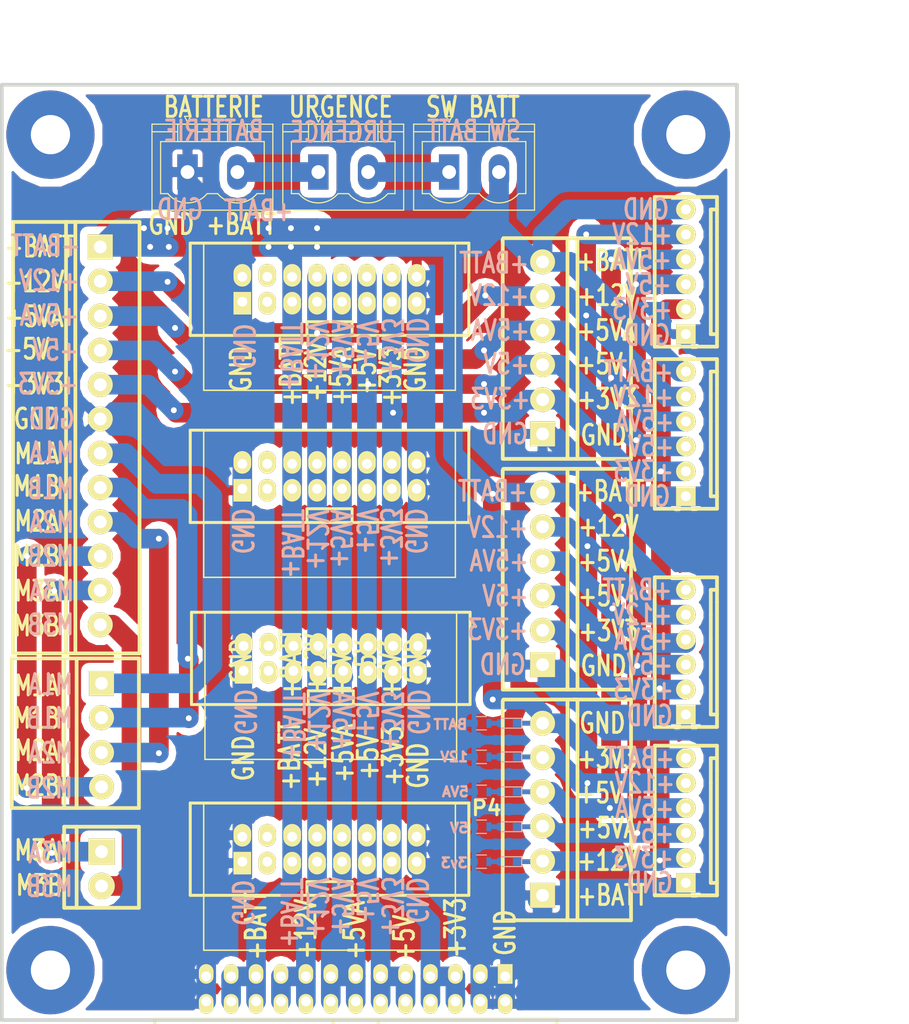
<source format=kicad_pcb>
(kicad_pcb (version 4) (host pcbnew 4.0.7)
  (title_block (title "Power Supply") (date 2017-12-02) (rev "V 2.20") (company "CYBERNETIQUE EN NORD") (comment 1 F4DEB))
  (layers (0 Composant signal hide) (31 Cuivre signal hide) (34 B.Paste user) (35 F.Paste user) (36 B.SilkS user) (37 F.SilkS user) (38 B.Mask user) (39 F.Mask user) (44 Edge.Cuts user))
  (net 0 "")
  (net 1 GND)
  (net 2 +3V3)
  (net 3 +5VA)
  (net 4 "Net-(D10-Pad2)")
  (net 5 +BATT)
  (net 6 "Net-(D11-Pad2)")
  (net 7 "Net-(D12-Pad2)")
  (net 8 "Net-(D13-Pad2)")
  (net 9 "Net-(D14-Pad2)")
  (net 10 +12V)
  (net 11 +5V)
  (net 12 "Net-(K1-Pad2)")
  (net 13 "Net-(K2-Pad2)")
  (net 14 /M3A)
  (net 15 /M3B)
  (net 16 /M2B)
  (net 17 /M2A)
  (net 18 /M1B)
  (net 19 /M1A)
  (net 20 "Net-(K5-Pad1)")
  (net 21 "Net-(K6-Pad1)")
  (net 22 "Net-(K7-Pad1)")
  (net 23 "Net-(K8-Pad1)")
  (net 24 "Net-(J1-Pad3)")
  (net 25 "Net-(J1-Pad4)")
  (net 26 "Net-(J2-Pad3)")
  (net 27 "Net-(J2-Pad4)")
  (net 28 "Net-(J3-Pad3)")
  (net 29 "Net-(J3-Pad4)")
  (net 30 "Net-(J4-Pad3)")
  (net 31 "Net-(J4-Pad4)")
  (module f4deb-mod-library:POWER_MODULE_0-20 (layer Composant) (at 158.877 112.268 180)
    (fp_text reference J1 hide)
    (fp_text value CONN_02X08 hide)
    (pad 16 thru_hole oval (at 3.937 -3.429) (size 1.8 2.3) (drill 1 (offset 0 -0.15)) (layers *.Cu *.Mask F.SilkS) (net 1 GND))
    (pad 15 thru_hole oval (at 3.937 -5.969) (size 1.8 2.3) (drill 1 (offset 0 0.15)) (layers *.Cu *.Mask F.SilkS) (net 1 GND))
    (pad 13 thru_hole oval (at 6.477 -5.969) (size 1.8 2.3) (drill 1 (offset 0 0.15)) (layers *.Cu *.Mask F.SilkS) (net 2 +3V3))
    (pad 14 thru_hole oval (at 6.477 -3.429) (size 1.8 2.3) (drill 1 (offset 0 -0.15)) (layers *.Cu *.Mask F.SilkS) (net 2 +3V3))
    (pad 12 thru_hole oval (at 9.017 -3.429) (size 1.8 2.3) (drill 1 (offset 0 -0.15)) (layers *.Cu *.Mask F.SilkS) (net 11 +5V))
    (pad 11 thru_hole oval (at 9.017 -5.969) (size 1.8 2.3) (drill 1 (offset 0 0.15)) (layers *.Cu *.Mask F.SilkS) (net 11 +5V))
    (pad 9 thru_hole oval (at 11.557 -5.969) (size 1.8 2.3) (drill 1 (offset 0 0.15)) (layers *.Cu *.Mask F.SilkS) (net 3 +5VA))
    (pad 10 thru_hole oval (at 11.557 -3.429) (size 1.8 2.3) (drill 1 (offset 0 -0.15)) (layers *.Cu *.Mask F.SilkS) (net 3 +5VA))
    (pad 8 thru_hole oval (at 14.097 -3.429) (size 1.8 2.3) (drill 1 (offset 0 -0.15)) (layers *.Cu *.Mask F.SilkS) (net 10 +12V))
    (pad 7 thru_hole oval (at 14.097 -5.969) (size 1.8 2.3) (drill 1 (offset 0 0.15)) (layers *.Cu *.Mask F.SilkS) (net 10 +12V))
    (pad 1 thru_hole rect (at 21.717 -5.969) (size 1.8 2.3) (drill 1 (offset 0 0.15)) (layers *.Cu *.Mask F.SilkS) (net 1 GND))
    (pad 2 thru_hole oval (at 21.717 -3.429) (size 1.8 2.3) (drill 1 (offset 0 -0.15)) (layers *.Cu *.Mask F.SilkS) (net 1 GND))
    (pad 3 thru_hole oval (at 19.177 -5.969) (size 1.8 2.3) (drill 1 (offset 0 0.15)) (layers *.Cu *.Mask F.SilkS) (net 24 "Net-(J1-Pad3)"))
    (pad 4 thru_hole oval (at 19.177 -3.429) (size 1.8 2.3) (drill 1 (offset 0 -0.15)) (layers *.Cu *.Mask F.SilkS) (net 25 "Net-(J1-Pad4)"))
    (pad 5 thru_hole oval (at 16.637 -5.969) (size 1.8 2.3) (drill 1 (offset 0 0.15)) (layers *.Cu *.Mask F.SilkS) (net 5 +BATT))
    (pad 6 thru_hole oval (at 16.637 -3.429) (size 1.8 2.3) (drill 1 (offset 0 -0.15)) (layers *.Cu *.Mask F.SilkS) (net 5 +BATT))
  )
  (module CEN-PCB:WEIDMULLER-6 (layer Composant) (at 167.64 94.107 90)
    (fp_text reference P5 hide)
    (fp_text value CONN_6 hide)
    (pad 1 thru_hole rect (at 0 0 90) (size 2.54 2.54) (drill 1.30048) (layers *.Cu *.Mask F.SilkS) (net 1 GND))
    (pad 2 thru_hole circle (at 3.4925 0 90) (size 2.54 2.54) (drill 1.30048) (layers *.Cu *.Mask F.SilkS) (net 2 +3V3))
    (pad 3 thru_hole circle (at 7.0485 0 90) (size 2.54 2.54) (drill 1.30048) (layers *.Cu *.Mask F.SilkS) (net 11 +5V))
    (pad 4 thru_hole circle (at 10.541 0 90) (size 2.54 2.54) (drill 1.30048) (layers *.Cu *.Mask F.SilkS) (net 3 +5VA))
    (pad 5 thru_hole circle (at 14.0335 0 90) (size 2.54 2.54) (drill 1.30048) (layers *.Cu *.Mask F.SilkS) (net 10 +12V))
    (pad 6 thru_hole circle (at 17.526 0 90) (size 2.54 2.54) (drill 1.30048) (layers *.Cu *.Mask F.SilkS) (net 5 +BATT))
  )
  (module LEDs:LED_0603 (layer Cuivre) (at 164.211 123.571 180)
    (fp_text reference D10 hide)
    (fp_text value LED)
    (pad 2 smd rect (at 0.8 0) (size 0.8 0.8) (layers Cuivre B.Paste B.Mask) (net 4 "Net-(D10-Pad2)"))
    (pad 1 smd rect (at -0.8 0) (size 0.8 0.8) (layers Cuivre B.Paste B.Mask) (net 5 +BATT))
  )
  (module LEDs:LED_0603 (layer Cuivre) (at 164.211 127 180)
    (fp_text reference D11 hide)
    (fp_text value LED)
    (pad 2 smd rect (at 0.8 0) (size 0.8 0.8) (layers Cuivre B.Paste B.Mask) (net 6 "Net-(D11-Pad2)"))
    (pad 1 smd rect (at -0.8 0) (size 0.8 0.8) (layers Cuivre B.Paste B.Mask) (net 10 +12V))
  )
  (module LEDs:LED_0603 (layer Cuivre) (at 164.211 130.556 180)
    (fp_text reference D12 hide)
    (fp_text value LED)
    (pad 2 smd rect (at 0.8 0) (size 0.8 0.8) (layers Cuivre B.Paste B.Mask) (net 7 "Net-(D12-Pad2)"))
    (pad 1 smd rect (at -0.8 0) (size 0.8 0.8) (layers Cuivre B.Paste B.Mask) (net 3 +5VA))
  )
  (module LEDs:LED_0603 (layer Cuivre) (at 164.211 134.112 180)
    (fp_text reference D13 hide)
    (fp_text value LED)
    (pad 2 smd rect (at 0.8 0) (size 0.8 0.8) (layers Cuivre B.Paste B.Mask) (net 8 "Net-(D13-Pad2)"))
    (pad 1 smd rect (at -0.8 0) (size 0.8 0.8) (layers Cuivre B.Paste B.Mask) (net 11 +5V))
  )
  (module LEDs:LED_0603 (layer Cuivre) (at 164.211 137.668 180)
    (fp_text reference D14 hide)
    (fp_text value LED)
    (pad 2 smd rect (at 0.8 0) (size 0.8 0.8) (layers Cuivre B.Paste B.Mask) (net 9 "Net-(D14-Pad2)"))
    (pad 1 smd rect (at -0.8 0) (size 0.8 0.8) (layers Cuivre B.Paste B.Mask) (net 2 +3V3))
  )
  (module CEN-PCB:WEIDMULLER-2 (layer Composant) (at 126.492 142.367 270)
    (fp_text reference K3 hide)
    (fp_text value CONN_2 hide)
    (pad 1 thru_hole rect (at -5.715 3.81 270) (size 2.70002 2.70002) (drill 1.30048) (layers *.Cu *.Mask F.SilkS) (net 14 /M3A))
    (pad 2 thru_hole circle (at -2.2225 3.81 270) (size 2.70002 2.70002) (drill 1.30048) (layers *.Cu *.Mask F.SilkS) (net 15 /M3B))
  )
  (module CEN-PCB:WEIDMULLER-6 (layer Composant) (at 167.64 117.602 90)
    (fp_text reference P3 hide)
    (fp_text value CONN_6 hide)
    (pad 1 thru_hole rect (at 0 0 90) (size 2.54 2.54) (drill 1.30048) (layers *.Cu *.Mask F.SilkS) (net 1 GND))
    (pad 2 thru_hole circle (at 3.4925 0 90) (size 2.54 2.54) (drill 1.30048) (layers *.Cu *.Mask F.SilkS) (net 2 +3V3))
    (pad 3 thru_hole circle (at 7.0485 0 90) (size 2.54 2.54) (drill 1.30048) (layers *.Cu *.Mask F.SilkS) (net 11 +5V))
    (pad 4 thru_hole circle (at 10.541 0 90) (size 2.54 2.54) (drill 1.30048) (layers *.Cu *.Mask F.SilkS) (net 3 +5VA))
    (pad 5 thru_hole circle (at 14.0335 0 90) (size 2.54 2.54) (drill 1.30048) (layers *.Cu *.Mask F.SilkS) (net 10 +12V))
    (pad 6 thru_hole circle (at 17.526 0 90) (size 2.54 2.54) (drill 1.30048) (layers *.Cu *.Mask F.SilkS) (net 5 +BATT))
  )
  (module Resistors_SMD:R_0603 (layer Cuivre) (at 161.417 123.571 180)
    (fp_text reference R5 hide)
    (fp_text value 3.3k)
    (pad 1 smd rect (at -0.75 0 180) (size 0.5 0.9) (layers Cuivre B.Paste B.Mask) (net 4 "Net-(D10-Pad2)"))
    (pad 2 smd rect (at 0.75 0 180) (size 0.5 0.9) (layers Cuivre B.Paste B.Mask) (net 1 GND))
  )
  (module Resistors_SMD:R_0603 (layer Cuivre) (at 161.417 127 180)
    (fp_text reference R10 hide)
    (fp_text value 3.3k)
    (pad 1 smd rect (at -0.75 0 180) (size 0.5 0.9) (layers Cuivre B.Paste B.Mask) (net 6 "Net-(D11-Pad2)"))
    (pad 2 smd rect (at 0.75 0 180) (size 0.5 0.9) (layers Cuivre B.Paste B.Mask) (net 1 GND))
  )
  (module Resistors_SMD:R_0603 (layer Cuivre) (at 161.417 130.556 180)
    (fp_text reference R15 hide)
    (fp_text value 1k)
    (pad 1 smd rect (at -0.75 0 180) (size 0.5 0.9) (layers Cuivre B.Paste B.Mask) (net 7 "Net-(D12-Pad2)"))
    (pad 2 smd rect (at 0.75 0 180) (size 0.5 0.9) (layers Cuivre B.Paste B.Mask) (net 1 GND))
  )
  (module Resistors_SMD:R_0603 (layer Cuivre) (at 161.417 134.112 180)
    (fp_text reference R20 hide)
    (fp_text value 1k)
    (pad 1 smd rect (at -0.75 0 180) (size 0.5 0.9) (layers Cuivre B.Paste B.Mask) (net 8 "Net-(D13-Pad2)"))
    (pad 2 smd rect (at 0.75 0 180) (size 0.5 0.9) (layers Cuivre B.Paste B.Mask) (net 1 GND))
  )
  (module Resistors_SMD:R_0603 (layer Cuivre) (at 161.417 137.668 180)
    (fp_text reference R21 hide)
    (fp_text value 470)
    (pad 1 smd rect (at -0.75 0 180) (size 0.5 0.9) (layers Cuivre B.Paste B.Mask) (net 9 "Net-(D14-Pad2)"))
    (pad 2 smd rect (at 0.75 0 180) (size 0.5 0.9) (layers Cuivre B.Paste B.Mask) (net 1 GND))
  )
  (module f4deb-mod-library:COLONETTE (layer Composant) (at 117.475 63.627 270)
    (fp_text reference K5 hide)
    (fp_text value COLONETTE hide)
    (pad 1 thru_hole circle (at 0 0 270) (size 8.99922 8.99922) (drill 4.0005) (layers *.Cu) (net 20 "Net-(K5-Pad1)"))
  )
  (module f4deb-mod-library:COLONETTE (layer Composant) (at 117.475 148.717 270)
    (fp_text reference K6 hide)
    (fp_text value COLONETTE hide)
    (pad 1 thru_hole circle (at 0 0 270) (size 8.99922 8.99922) (drill 4.0005) (layers *.Cu) (net 21 "Net-(K6-Pad1)"))
  )
  (module f4deb-mod-library:COLONETTE (layer Composant) (at 182.245 63.627 270)
    (fp_text reference K7 (at 0 0 270) (layer F.SilkS) (effects (font (thickness 0.3048))))
    (fp_text value COLONETTE hide)
    (pad 1 thru_hole circle (at 0 0 270) (size 8.99922 8.99922) (drill 4.0005) (layers *.Cu) (net 22 "Net-(K7-Pad1)"))
  )
  (module f4deb-mod-library:COLONETTE (layer Composant) (at 182.245 148.717 270)
    (fp_text reference K8 (at 0 0 270) (layer F.SilkS) (effects (font (thickness 0.3048))))
    (fp_text value COLONETTE hide)
    (pad 1 thru_hole circle (at 0 0 270) (size 8.99922 8.99922) (drill 4.0005) (layers *.Cu) (net 23 "Net-(K8-Pad1)"))
  )
  (module CEN-PCB:WEIDMULLER-6 (layer Composant) (at 167.64 141.097 90)
    (fp_text reference P4 (at 8.89 -5.715 180) (layer F.SilkS) (effects (font (thickness 0.3048))))
    (fp_text value CONN_6 hide)
    (pad 1 thru_hole rect (at 0 0 90) (size 2.54 2.54) (drill 1.30048) (layers *.Cu *.Mask F.SilkS) (net 1 GND))
    (pad 2 thru_hole circle (at 3.4925 0 90) (size 2.54 2.54) (drill 1.30048) (layers *.Cu *.Mask F.SilkS) (net 2 +3V3))
    (pad 3 thru_hole circle (at 7.0485 0 90) (size 2.54 2.54) (drill 1.30048) (layers *.Cu *.Mask F.SilkS) (net 11 +5V))
    (pad 4 thru_hole circle (at 10.541 0 90) (size 2.54 2.54) (drill 1.30048) (layers *.Cu *.Mask F.SilkS) (net 3 +5VA))
    (pad 5 thru_hole circle (at 14.0335 0 90) (size 2.54 2.54) (drill 1.30048) (layers *.Cu *.Mask F.SilkS) (net 10 +12V))
    (pad 6 thru_hole circle (at 17.526 0 90) (size 2.54 2.54) (drill 1.30048) (layers *.Cu *.Mask F.SilkS) (net 5 +BATT))
  )
  (module CEN-PCB:KK-6 (layer Composant) (at 182.245 94.107 270)
    (fp_text reference P6 hide)
    (fp_text value CONN_6 hide)
    (pad 5 thru_hole circle (at -3.81 0 270) (size 1.99898 1.99898) (drill 1.00076) (layers *.Cu *.Mask F.SilkS) (net 10 +12V))
    (pad 1 thru_hole rect (at 6.35 0 270) (size 1.99898 1.99898) (drill 1.00076) (layers *.Cu *.Mask F.SilkS) (net 1 GND))
    (pad 2 thru_hole circle (at 3.81 0 270) (size 1.99898 1.99898) (drill 1.00076) (layers *.Cu *.Mask F.SilkS) (net 2 +3V3))
    (pad 3 thru_hole circle (at 1.27 0 270) (size 1.99898 1.99898) (drill 1.00076) (layers *.Cu *.Mask F.SilkS) (net 11 +5V))
    (pad 4 thru_hole circle (at -1.27 0 270) (size 1.99898 1.99898) (drill 1.00076) (layers *.Cu *.Mask F.SilkS) (net 3 +5VA))
    (pad 6 thru_hole circle (at -6.35 0 270) (size 1.99898 1.99898) (drill 1.00076) (layers *.Cu *.Mask F.SilkS) (net 5 +BATT))
  )
  (module CEN-PCB:KK-6 (layer Composant) (at 182.245 133.477 270)
    (fp_text reference P7 hide)
    (fp_text value CONN_6 hide)
    (pad 5 thru_hole circle (at -3.81 0 270) (size 1.99898 1.99898) (drill 1.00076) (layers *.Cu *.Mask F.SilkS) (net 10 +12V))
    (pad 1 thru_hole rect (at 6.35 0 270) (size 1.99898 1.99898) (drill 1.00076) (layers *.Cu *.Mask F.SilkS) (net 1 GND))
    (pad 2 thru_hole circle (at 3.81 0 270) (size 1.99898 1.99898) (drill 1.00076) (layers *.Cu *.Mask F.SilkS) (net 2 +3V3))
    (pad 3 thru_hole circle (at 1.27 0 270) (size 1.99898 1.99898) (drill 1.00076) (layers *.Cu *.Mask F.SilkS) (net 11 +5V))
    (pad 4 thru_hole circle (at -1.27 0 270) (size 1.99898 1.99898) (drill 1.00076) (layers *.Cu *.Mask F.SilkS) (net 3 +5VA))
    (pad 6 thru_hole circle (at -6.35 0 270) (size 1.99898 1.99898) (drill 1.00076) (layers *.Cu *.Mask F.SilkS) (net 5 +BATT))
  )
  (module CEN-PCB:KK-6 (layer Composant) (at 182.245 116.332 270)
    (fp_text reference P8 hide)
    (fp_text value CONN_6 hide)
    (pad 5 thru_hole circle (at -3.81 0 270) (size 1.99898 1.99898) (drill 1.00076) (layers *.Cu *.Mask F.SilkS) (net 10 +12V))
    (pad 1 thru_hole rect (at 6.35 0 270) (size 1.99898 1.99898) (drill 1.00076) (layers *.Cu *.Mask F.SilkS) (net 1 GND))
    (pad 2 thru_hole circle (at 3.81 0 270) (size 1.99898 1.99898) (drill 1.00076) (layers *.Cu *.Mask F.SilkS) (net 2 +3V3))
    (pad 3 thru_hole circle (at 1.27 0 270) (size 1.99898 1.99898) (drill 1.00076) (layers *.Cu *.Mask F.SilkS) (net 11 +5V))
    (pad 4 thru_hole circle (at -1.27 0 270) (size 1.99898 1.99898) (drill 1.00076) (layers *.Cu *.Mask F.SilkS) (net 3 +5VA))
    (pad 6 thru_hole circle (at -6.35 0 270) (size 1.99898 1.99898) (drill 1.00076) (layers *.Cu *.Mask F.SilkS) (net 5 +BATT))
  )
  (module CEN-PCB:KK-6 (layer Composant) (at 182.245 77.597 270)
    (fp_text reference P9 hide)
    (fp_text value CONN_6 hide)
    (pad 5 thru_hole circle (at -3.81 0 270) (size 1.99898 1.99898) (drill 1.00076) (layers *.Cu *.Mask F.SilkS) (net 10 +12V))
    (pad 1 thru_hole rect (at 6.35 0 270) (size 1.99898 1.99898) (drill 1.00076) (layers *.Cu *.Mask F.SilkS) (net 1 GND))
    (pad 2 thru_hole circle (at 3.81 0 270) (size 1.99898 1.99898) (drill 1.00076) (layers *.Cu *.Mask F.SilkS) (net 2 +3V3))
    (pad 3 thru_hole circle (at 1.27 0 270) (size 1.99898 1.99898) (drill 1.00076) (layers *.Cu *.Mask F.SilkS) (net 11 +5V))
    (pad 4 thru_hole circle (at -1.27 0 270) (size 1.99898 1.99898) (drill 1.00076) (layers *.Cu *.Mask F.SilkS) (net 3 +5VA))
    (pad 6 thru_hole circle (at -6.35 0 270) (size 1.99898 1.99898) (drill 1.00076) (layers *.Cu *.Mask F.SilkS) (net 5 +BATT))
  )
  (module CEN-PCB:WEIDMULLER-4 (layer Composant) (at 122.682 119.507 270)
    (fp_text reference P1 hide)
    (fp_text value CONN_4 hide)
    (pad 1 thru_hole rect (at 0 0 270) (size 2.54 2.54) (drill 1.30048) (layers *.Cu *.Mask F.SilkS) (net 19 /M1A))
    (pad 2 thru_hole circle (at 3.4925 0 270) (size 2.54 2.54) (drill 1.30048) (layers *.Cu *.Mask F.SilkS) (net 18 /M1B))
    (pad 3 thru_hole circle (at 7.0485 0 270) (size 2.54 2.54) (drill 1.30048) (layers *.Cu *.Mask F.SilkS) (net 17 /M2A))
    (pad 4 thru_hole circle (at 10.541 0 270) (size 2.54 2.54) (drill 1.30048) (layers *.Cu *.Mask F.SilkS) (net 16 /M2B))
  )
  (module Connectors_Phoenix:PhoenixContact_MSTBVA-G_02x5.08mm_Vertical (layer Composant) (at 131.445 67.437)
    (fp_text reference K1 hide)
    (fp_text value CONN_2 hide)
    (pad 1 thru_hole rect (at 0 0) (size 2.08 3.6) (drill 1.4) (layers *.Cu *.Mask) (net 1 GND))
    (pad 2 thru_hole oval (at 5.08 0) (size 2.08 3.6) (drill 1.4) (layers *.Cu *.Mask) (net 12 "Net-(K1-Pad2)"))
  )
  (module Connectors_Phoenix:PhoenixContact_MSTBVA-G_02x5.08mm_Vertical (layer Composant) (at 144.78 67.437)
    (fp_text reference K2 hide)
    (fp_text value CONN_2 hide)
    (pad 1 thru_hole rect (at 0 0) (size 2.08 3.6) (drill 1.4) (layers *.Cu *.Mask) (net 12 "Net-(K1-Pad2)"))
    (pad 2 thru_hole oval (at 5.08 0) (size 2.08 3.6) (drill 1.4) (layers *.Cu *.Mask) (net 13 "Net-(K2-Pad2)"))
  )
  (module Connectors_Phoenix:PhoenixContact_MSTBVA-G_02x5.08mm_Vertical (layer Composant) (at 158.115 67.437)
    (fp_text reference K4 hide)
    (fp_text value CONN_2 hide)
    (pad 1 thru_hole rect (at 0 0) (size 2.08 3.6) (drill 1.4) (layers *.Cu *.Mask) (net 13 "Net-(K2-Pad2)"))
    (pad 2 thru_hole oval (at 5.08 0) (size 2.08 3.6) (drill 1.4) (layers *.Cu *.Mask) (net 5 +BATT))
  )
  (module CEN-PCB:WEIDMULLER-12 (layer Composant) (at 122.555 75.057 270)
    (fp_text reference P2 hide)
    (fp_text value CONN_12 hide)
    (pad 1 thru_hole rect (at 0 0 270) (size 2.54 2.54) (drill 1.30048) (layers *.Cu *.Mask F.SilkS) (net 5 +BATT))
    (pad 2 thru_hole circle (at 3.4925 0 270) (size 2.54 2.54) (drill 1.30048) (layers *.Cu *.Mask F.SilkS) (net 10 +12V))
    (pad 3 thru_hole circle (at 7.0485 0 270) (size 2.54 2.54) (drill 1.30048) (layers *.Cu *.Mask F.SilkS) (net 3 +5VA))
    (pad 4 thru_hole circle (at 10.541 0 270) (size 2.54 2.54) (drill 1.30048) (layers *.Cu *.Mask F.SilkS) (net 11 +5V))
    (pad 5 thru_hole circle (at 14.0335 0 270) (size 2.54 2.54) (drill 1.30048) (layers *.Cu *.Mask F.SilkS) (net 2 +3V3))
    (pad 6 thru_hole circle (at 17.526 0 270) (size 2.54 2.54) (drill 1.30048) (layers *.Cu *.Mask F.SilkS) (net 1 GND))
    (pad 7 thru_hole circle (at 21.0185 0 270) (size 2.54 2.54) (drill 1.30048) (layers *.Cu *.Mask F.SilkS) (net 19 /M1A))
    (pad 8 thru_hole circle (at 24.511 0 270) (size 2.54 2.54) (drill 1.30048) (layers *.Cu *.Mask F.SilkS) (net 18 /M1B))
    (pad 9 thru_hole circle (at 28.0035 0 270) (size 2.54 2.54) (drill 1.30048) (layers *.Cu *.Mask F.SilkS) (net 17 /M2A))
    (pad 10 thru_hole circle (at 31.496 0 270) (size 2.54 2.54) (drill 1.30048) (layers *.Cu *.Mask F.SilkS) (net 16 /M2B))
    (pad 11 thru_hole circle (at 34.9885 0 270) (size 2.54 2.54) (drill 1.30048) (layers *.Cu *.Mask F.SilkS) (net 14 /M3A))
    (pad 12 thru_hole circle (at 38.481 0 270) (size 2.54 2.54) (drill 1.30048) (layers *.Cu *.Mask F.SilkS) (net 15 /M3B))
  )
  (module w_conn_strip:vasch_strip_13x2_90 (layer Composant) (at 148.59 155.702 180)
    (fp_text reference J5 hide)
    (fp_text value CONN_02X13 hide)
    (pad 25 thru_hole oval (at 15.24 6.35 180) (size 1.5 2) (drill 1 (offset 0 0.25)) (layers *.Cu *.Mask F.SilkS) (net 1 GND))
    (pad 26 thru_hole oval (at 15.24 3.81 180) (size 1.5 2) (drill 1 (offset 0 -0.25)) (layers *.Cu *.Mask F.SilkS) (net 1 GND))
    (pad 24 thru_hole oval (at 12.7 3.81 180) (size 1.5 2) (drill 1 (offset 0 -0.25)) (layers *.Cu *.Mask F.SilkS) (net 5 +BATT))
    (pad 23 thru_hole oval (at 12.7 6.35 180) (size 1.5 2) (drill 1 (offset 0 0.25)) (layers *.Cu *.Mask F.SilkS) (net 5 +BATT))
    (pad 21 thru_hole oval (at 10.16 6.35 180) (size 1.5 2) (drill 1 (offset 0 0.25)) (layers *.Cu *.Mask F.SilkS) (net 5 +BATT))
    (pad 22 thru_hole oval (at 10.16 3.81 180) (size 1.5 2) (drill 1 (offset 0 -0.25)) (layers *.Cu *.Mask F.SilkS) (net 5 +BATT))
    (pad 20 thru_hole oval (at 7.62 3.81 180) (size 1.5 2) (drill 1 (offset 0 -0.25)) (layers *.Cu *.Mask F.SilkS) (net 10 +12V))
    (pad 19 thru_hole oval (at 7.62 6.35 180) (size 1.5 2) (drill 1 (offset 0 0.25)) (layers *.Cu *.Mask F.SilkS) (net 10 +12V))
    (pad 17 thru_hole oval (at 5.08 6.35 180) (size 1.5 2) (drill 1 (offset 0 0.25)) (layers *.Cu *.Mask F.SilkS) (net 10 +12V))
    (pad 18 thru_hole oval (at 5.08 3.81 180) (size 1.5 2) (drill 1 (offset 0 -0.25)) (layers *.Cu *.Mask F.SilkS) (net 10 +12V))
    (pad 16 thru_hole oval (at 2.54 3.81 180) (size 1.5 2) (drill 1 (offset 0 -0.25)) (layers *.Cu *.Mask F.SilkS) (net 3 +5VA))
    (pad 15 thru_hole oval (at 2.54 6.35 180) (size 1.5 2) (drill 1 (offset 0 0.25)) (layers *.Cu *.Mask F.SilkS) (net 3 +5VA))
    (pad 13 thru_hole oval (at 0 6.35 180) (size 1.5 2) (drill 1 (offset 0 0.25)) (layers *.Cu *.Mask F.SilkS) (net 3 +5VA))
    (pad 14 thru_hole oval (at 0 3.81 180) (size 1.5 2) (drill 1 (offset 0 -0.25)) (layers *.Cu *.Mask F.SilkS) (net 3 +5VA))
    (pad 12 thru_hole oval (at -2.54 3.81 180) (size 1.5 2) (drill 1 (offset 0 -0.25)) (layers *.Cu *.Mask F.SilkS) (net 11 +5V))
    (pad 11 thru_hole oval (at -2.54 6.35 180) (size 1.5 2) (drill 1 (offset 0 0.25)) (layers *.Cu *.Mask F.SilkS) (net 11 +5V))
    (pad 9 thru_hole oval (at -5.08 6.35 180) (size 1.5 2) (drill 1 (offset 0 0.25)) (layers *.Cu *.Mask F.SilkS) (net 11 +5V))
    (pad 10 thru_hole oval (at -5.08 3.81 180) (size 1.5 2) (drill 1 (offset 0 -0.25)) (layers *.Cu *.Mask F.SilkS) (net 11 +5V))
    (pad 8 thru_hole oval (at -7.62 3.81 180) (size 1.5 2) (drill 1 (offset 0 -0.25)) (layers *.Cu *.Mask F.SilkS) (net 2 +3V3))
    (pad 7 thru_hole oval (at -7.62 6.35 180) (size 1.5 2) (drill 1 (offset 0 0.25)) (layers *.Cu *.Mask F.SilkS) (net 2 +3V3))
    (pad 1 thru_hole rect (at -15.24 6.35 180) (size 1.5 2) (drill 1 (offset 0 0.25)) (layers *.Cu *.Mask F.SilkS) (net 1 GND))
    (pad 2 thru_hole oval (at -15.24 3.81 180) (size 1.5 2) (drill 1 (offset 0 -0.25)) (layers *.Cu *.Mask F.SilkS) (net 1 GND))
    (pad 3 thru_hole oval (at -12.7 6.35 180) (size 1.5 2) (drill 1 (offset 0 0.25)) (layers *.Cu *.Mask F.SilkS) (net 1 GND))
    (pad 4 thru_hole oval (at -12.7 3.81 180) (size 1.5 2) (drill 1 (offset 0 -0.25)) (layers *.Cu *.Mask F.SilkS) (net 1 GND))
    (pad 5 thru_hole oval (at -10.16 6.35 180) (size 1.5 2) (drill 1 (offset 0 0.25)) (layers *.Cu *.Mask F.SilkS) (net 2 +3V3))
    (pad 6 thru_hole oval (at -10.16 3.81 180) (size 1.5 2) (drill 1 (offset 0 -0.25)) (layers *.Cu *.Mask F.SilkS) (net 2 +3V3))
  )
  (module f4deb-mod-library:POWER_MODULE_0-20 (layer Composant) (at 158.75 131.699 180)
    (fp_text reference J2 hide)
    (fp_text value CONN_02X08 hide)
    (pad 16 thru_hole oval (at 3.937 -3.429) (size 1.8 2.3) (drill 1 (offset 0 -0.15)) (layers *.Cu *.Mask F.SilkS) (net 1 GND))
    (pad 15 thru_hole oval (at 3.937 -5.969) (size 1.8 2.3) (drill 1 (offset 0 0.15)) (layers *.Cu *.Mask F.SilkS) (net 1 GND))
    (pad 13 thru_hole oval (at 6.477 -5.969) (size 1.8 2.3) (drill 1 (offset 0 0.15)) (layers *.Cu *.Mask F.SilkS) (net 2 +3V3))
    (pad 14 thru_hole oval (at 6.477 -3.429) (size 1.8 2.3) (drill 1 (offset 0 -0.15)) (layers *.Cu *.Mask F.SilkS) (net 2 +3V3))
    (pad 12 thru_hole oval (at 9.017 -3.429) (size 1.8 2.3) (drill 1 (offset 0 -0.15)) (layers *.Cu *.Mask F.SilkS) (net 11 +5V))
    (pad 11 thru_hole oval (at 9.017 -5.969) (size 1.8 2.3) (drill 1 (offset 0 0.15)) (layers *.Cu *.Mask F.SilkS) (net 11 +5V))
    (pad 9 thru_hole oval (at 11.557 -5.969) (size 1.8 2.3) (drill 1 (offset 0 0.15)) (layers *.Cu *.Mask F.SilkS) (net 3 +5VA))
    (pad 10 thru_hole oval (at 11.557 -3.429) (size 1.8 2.3) (drill 1 (offset 0 -0.15)) (layers *.Cu *.Mask F.SilkS) (net 3 +5VA))
    (pad 8 thru_hole oval (at 14.097 -3.429) (size 1.8 2.3) (drill 1 (offset 0 -0.15)) (layers *.Cu *.Mask F.SilkS) (net 10 +12V))
    (pad 7 thru_hole oval (at 14.097 -5.969) (size 1.8 2.3) (drill 1 (offset 0 0.15)) (layers *.Cu *.Mask F.SilkS) (net 10 +12V))
    (pad 1 thru_hole rect (at 21.717 -5.969) (size 1.8 2.3) (drill 1 (offset 0 0.15)) (layers *.Cu *.Mask F.SilkS) (net 1 GND))
    (pad 2 thru_hole oval (at 21.717 -3.429) (size 1.8 2.3) (drill 1 (offset 0 -0.15)) (layers *.Cu *.Mask F.SilkS) (net 1 GND))
    (pad 3 thru_hole oval (at 19.177 -5.969) (size 1.8 2.3) (drill 1 (offset 0 0.15)) (layers *.Cu *.Mask F.SilkS) (net 26 "Net-(J2-Pad3)"))
    (pad 4 thru_hole oval (at 19.177 -3.429) (size 1.8 2.3) (drill 1 (offset 0 -0.15)) (layers *.Cu *.Mask F.SilkS) (net 27 "Net-(J2-Pad4)"))
    (pad 5 thru_hole oval (at 16.637 -5.969) (size 1.8 2.3) (drill 1 (offset 0 0.15)) (layers *.Cu *.Mask F.SilkS) (net 5 +BATT))
    (pad 6 thru_hole oval (at 16.637 -3.429) (size 1.8 2.3) (drill 1 (offset 0 -0.15)) (layers *.Cu *.Mask F.SilkS) (net 5 +BATT))
  )
  (module f4deb-mod-library:POWER_MODULE_0-20 (layer Composant) (at 158.75 93.726 180)
    (fp_text reference J3 hide)
    (fp_text value CONN_02X08 hide)
    (pad 16 thru_hole oval (at 3.937 -3.429) (size 1.8 2.3) (drill 1 (offset 0 -0.15)) (layers *.Cu *.Mask F.SilkS) (net 1 GND))
    (pad 15 thru_hole oval (at 3.937 -5.969) (size 1.8 2.3) (drill 1 (offset 0 0.15)) (layers *.Cu *.Mask F.SilkS) (net 1 GND))
    (pad 13 thru_hole oval (at 6.477 -5.969) (size 1.8 2.3) (drill 1 (offset 0 0.15)) (layers *.Cu *.Mask F.SilkS) (net 2 +3V3))
    (pad 14 thru_hole oval (at 6.477 -3.429) (size 1.8 2.3) (drill 1 (offset 0 -0.15)) (layers *.Cu *.Mask F.SilkS) (net 2 +3V3))
    (pad 12 thru_hole oval (at 9.017 -3.429) (size 1.8 2.3) (drill 1 (offset 0 -0.15)) (layers *.Cu *.Mask F.SilkS) (net 11 +5V))
    (pad 11 thru_hole oval (at 9.017 -5.969) (size 1.8 2.3) (drill 1 (offset 0 0.15)) (layers *.Cu *.Mask F.SilkS) (net 11 +5V))
    (pad 9 thru_hole oval (at 11.557 -5.969) (size 1.8 2.3) (drill 1 (offset 0 0.15)) (layers *.Cu *.Mask F.SilkS) (net 3 +5VA))
    (pad 10 thru_hole oval (at 11.557 -3.429) (size 1.8 2.3) (drill 1 (offset 0 -0.15)) (layers *.Cu *.Mask F.SilkS) (net 3 +5VA))
    (pad 8 thru_hole oval (at 14.097 -3.429) (size 1.8 2.3) (drill 1 (offset 0 -0.15)) (layers *.Cu *.Mask F.SilkS) (net 10 +12V))
    (pad 7 thru_hole oval (at 14.097 -5.969) (size 1.8 2.3) (drill 1 (offset 0 0.15)) (layers *.Cu *.Mask F.SilkS) (net 10 +12V))
    (pad 1 thru_hole rect (at 21.717 -5.969) (size 1.8 2.3) (drill 1 (offset 0 0.15)) (layers *.Cu *.Mask F.SilkS) (net 1 GND))
    (pad 2 thru_hole oval (at 21.717 -3.429) (size 1.8 2.3) (drill 1 (offset 0 -0.15)) (layers *.Cu *.Mask F.SilkS) (net 1 GND))
    (pad 3 thru_hole oval (at 19.177 -5.969) (size 1.8 2.3) (drill 1 (offset 0 0.15)) (layers *.Cu *.Mask F.SilkS) (net 28 "Net-(J3-Pad3)"))
    (pad 4 thru_hole oval (at 19.177 -3.429) (size 1.8 2.3) (drill 1 (offset 0 -0.15)) (layers *.Cu *.Mask F.SilkS) (net 29 "Net-(J3-Pad4)"))
    (pad 5 thru_hole oval (at 16.637 -5.969) (size 1.8 2.3) (drill 1 (offset 0 0.15)) (layers *.Cu *.Mask F.SilkS) (net 5 +BATT))
    (pad 6 thru_hole oval (at 16.637 -3.429) (size 1.8 2.3) (drill 1 (offset 0 -0.15)) (layers *.Cu *.Mask F.SilkS) (net 5 +BATT))
  )
  (module f4deb-mod-library:POWER_MODULE_0-20 (layer Composant) (at 158.75 74.676 180)
    (fp_text reference J4 hide)
    (fp_text value CONN_02X08 hide)
    (pad 16 thru_hole oval (at 3.937 -3.429) (size 1.8 2.3) (drill 1 (offset 0 -0.15)) (layers *.Cu *.Mask F.SilkS) (net 1 GND))
    (pad 15 thru_hole oval (at 3.937 -5.969) (size 1.8 2.3) (drill 1 (offset 0 0.15)) (layers *.Cu *.Mask F.SilkS) (net 1 GND))
    (pad 13 thru_hole oval (at 6.477 -5.969) (size 1.8 2.3) (drill 1 (offset 0 0.15)) (layers *.Cu *.Mask F.SilkS) (net 2 +3V3))
    (pad 14 thru_hole oval (at 6.477 -3.429) (size 1.8 2.3) (drill 1 (offset 0 -0.15)) (layers *.Cu *.Mask F.SilkS) (net 2 +3V3))
    (pad 12 thru_hole oval (at 9.017 -3.429) (size 1.8 2.3) (drill 1 (offset 0 -0.15)) (layers *.Cu *.Mask F.SilkS) (net 11 +5V))
    (pad 11 thru_hole oval (at 9.017 -5.969) (size 1.8 2.3) (drill 1 (offset 0 0.15)) (layers *.Cu *.Mask F.SilkS) (net 11 +5V))
    (pad 9 thru_hole oval (at 11.557 -5.969) (size 1.8 2.3) (drill 1 (offset 0 0.15)) (layers *.Cu *.Mask F.SilkS) (net 3 +5VA))
    (pad 10 thru_hole oval (at 11.557 -3.429) (size 1.8 2.3) (drill 1 (offset 0 -0.15)) (layers *.Cu *.Mask F.SilkS) (net 3 +5VA))
    (pad 8 thru_hole oval (at 14.097 -3.429) (size 1.8 2.3) (drill 1 (offset 0 -0.15)) (layers *.Cu *.Mask F.SilkS) (net 10 +12V))
    (pad 7 thru_hole oval (at 14.097 -5.969) (size 1.8 2.3) (drill 1 (offset 0 0.15)) (layers *.Cu *.Mask F.SilkS) (net 10 +12V))
    (pad 1 thru_hole rect (at 21.717 -5.969) (size 1.8 2.3) (drill 1 (offset 0 0.15)) (layers *.Cu *.Mask F.SilkS) (net 1 GND))
    (pad 2 thru_hole oval (at 21.717 -3.429) (size 1.8 2.3) (drill 1 (offset 0 -0.15)) (layers *.Cu *.Mask F.SilkS) (net 1 GND))
    (pad 3 thru_hole oval (at 19.177 -5.969) (size 1.8 2.3) (drill 1 (offset 0 0.15)) (layers *.Cu *.Mask F.SilkS) (net 30 "Net-(J4-Pad3)"))
    (pad 4 thru_hole oval (at 19.177 -3.429) (size 1.8 2.3) (drill 1 (offset 0 -0.15)) (layers *.Cu *.Mask F.SilkS) (net 31 "Net-(J4-Pad4)"))
    (pad 5 thru_hole oval (at 16.637 -5.969) (size 1.8 2.3) (drill 1 (offset 0 0.15)) (layers *.Cu *.Mask F.SilkS) (net 5 +BATT))
    (pad 6 thru_hole oval (at 16.637 -3.429) (size 1.8 2.3) (drill 1 (offset 0 -0.15)) (layers *.Cu *.Mask F.SilkS) (net 5 +BATT))
  )
  (gr_text GND (at 163.576 117.602) (layer B.SilkS) (effects (font (size 2.032 1.524) (thickness 0.3048)) (justify mirror)))
  (gr_text +3V3 (at 163.068 114.046) (layer B.SilkS) (effects (font (size 2.032 1.524) (thickness 0.3048)) (justify mirror)))
  (gr_text +5V (at 163.83 110.617) (layer B.SilkS) (effects (font (size 2.032 1.524) (thickness 0.3048)) (justify mirror)))
  (gr_text +5VA (at 163.195 107.061) (layer B.SilkS) (effects (font (size 2.032 1.524) (thickness 0.3048)) (justify mirror)))
  (gr_text +12V (at 163.068 103.632) (layer B.SilkS) (effects (font (size 2.032 1.524) (thickness 0.3048)) (justify mirror)))
  (gr_text +BATT (at 162.56 99.949) (layer B.SilkS) (effects (font (size 2.032 1.524) (thickness 0.3048)) (justify mirror)))
  (gr_text GND (at 163.83 94.107) (layer B.SilkS) (effects (font (size 2.032 1.524) (thickness 0.3048)) (justify mirror)))
  (gr_text +3V3 (at 163.322 90.551) (layer B.SilkS) (effects (font (size 2.032 1.524) (thickness 0.3048)) (justify mirror)))
  (gr_text +5V (at 163.957 86.995) (layer B.SilkS) (effects (font (size 2.032 1.524) (thickness 0.3048)) (justify mirror)))
  (gr_text +5VA (at 163.322 83.566) (layer B.SilkS) (effects (font (size 2.032 1.524) (thickness 0.3048)) (justify mirror)))
  (gr_text +12V (at 163.195 80.01) (layer B.SilkS) (effects (font (size 2.032 1.524) (thickness 0.3048)) (justify mirror)))
  (gr_text +BATT (at 162.687 76.708) (layer B.SilkS) (effects (font (size 2.032 1.524) (thickness 0.3048)) (justify mirror)))
  (gr_text GND (at 178.562 139.827) (layer B.SilkS) (effects (font (size 2.032 1.524) (thickness 0.3048)) (justify mirror)))
  (gr_text +3V3 (at 177.927 137.287) (layer B.SilkS) (effects (font (size 2.032 1.524) (thickness 0.3048)) (justify mirror)))
  (gr_text +5V (at 178.689 134.747) (layer B.SilkS) (effects (font (size 2.032 1.524) (thickness 0.3048)) (justify mirror)))
  (gr_text +5VA (at 178.054 132.207) (layer B.SilkS) (effects (font (size 2.032 1.524) (thickness 0.3048)) (justify mirror)))
  (gr_text +12V (at 178.054 129.667) (layer B.SilkS) (effects (font (size 2.032 1.524) (thickness 0.3048)) (justify mirror)))
  (gr_text +BATT (at 177.546 127.127) (layer B.SilkS) (effects (font (size 2.032 1.524) (thickness 0.3048)) (justify mirror)))
  (gr_text GND (at 178.562 122.809) (layer B.SilkS) (effects (font (size 2.032 1.524) (thickness 0.3048)) (justify mirror)))
  (gr_text +3V3 (at 177.927 120.142) (layer B.SilkS) (effects (font (size 2.032 1.524) (thickness 0.3048)) (justify mirror)))
  (gr_text +5V (at 178.562 117.602) (layer B.SilkS) (effects (font (size 2.032 1.524) (thickness 0.3048)) (justify mirror)))
  (gr_text +5VA (at 177.927 115.062) (layer B.SilkS) (effects (font (size 2.032 1.524) (thickness 0.3048)) (justify mirror)))
  (gr_text +12V (at 177.8 112.522) (layer B.SilkS) (effects (font (size 2.032 1.524) (thickness 0.3048)) (justify mirror)))
  (gr_text +BATT (at 177.292 109.982) (layer B.SilkS) (effects (font (size 2.032 1.524) (thickness 0.3048)) (justify mirror)))
  (gr_text GND (at 178.308 100.457 360) (layer B.SilkS) (effects (font (size 2.032 1.524) (thickness 0.3048)) (justify mirror)))
  (gr_text +3V3 (at 177.927 97.917 360) (layer B.SilkS) (effects (font (size 2.032 1.524) (thickness 0.3048)) (justify mirror)))
  (gr_text +5V (at 178.689 95.377 360) (layer B.SilkS) (effects (font (size 2.032 1.524) (thickness 0.3048)) (justify mirror)))
  (gr_text +5VA (at 178.054 92.837 360) (layer B.SilkS) (effects (font (size 2.032 1.524) (thickness 0.3048)) (justify mirror)))
  (gr_text +12V (at 177.927 90.297 360) (layer B.SilkS) (effects (font (size 2.032 1.524) (thickness 0.3048)) (justify mirror)))
  (gr_text +BATT (at 177.419 87.757 360) (layer B.SilkS) (effects (font (size 2.032 1.524) (thickness 0.3048)) (justify mirror)))
  (gr_text GND (at 178.308 84.074 360) (layer B.SilkS) (effects (font (size 2.032 1.524) (thickness 0.3048)) (justify mirror)))
  (gr_text +3V3 (at 177.8 81.407 360) (layer B.SilkS) (effects (font (size 2.032 1.524) (thickness 0.3048)) (justify mirror)))
  (gr_text +5V (at 178.435 78.867 360) (layer B.SilkS) (effects (font (size 2.032 1.524) (thickness 0.3048)) (justify mirror)))
  (gr_text +5VA (at 177.8 76.327 360) (layer B.SilkS) (effects (font (size 2.032 1.524) (thickness 0.3048)) (justify mirror)))
  (gr_text +12V (at 177.8 73.787 360) (layer B.SilkS) (effects (font (size 2.032 1.524) (thickness 0.3048)) (justify mirror)))
  (gr_text GND (at 178.181 71.247 360) (layer B.SilkS) (effects (font (size 2.032 1.524) (thickness 0.3048)) (justify mirror)))
  (gr_text M3B (at 117.348 140.208 360) (layer B.SilkS) (effects (font (size 2.032 1.524) (thickness 0.3048)) (justify mirror)))
  (gr_text M3A (at 117.475 136.779 360) (layer B.SilkS) (effects (font (size 2.032 1.524) (thickness 0.3048)) (justify mirror)))
  (gr_text M2B (at 117.348 130.175 360) (layer B.SilkS) (effects (font (size 2.032 1.524) (thickness 0.3048)) (justify mirror)))
  (gr_text M2A (at 117.475 126.619 360) (layer B.SilkS) (effects (font (size 2.032 1.524) (thickness 0.3048)) (justify mirror)))
  (gr_text M1B (at 117.348 123.063 360) (layer B.SilkS) (effects (font (size 2.032 1.524) (thickness 0.3048)) (justify mirror)))
  (gr_text M1A (at 117.475 119.634 360) (layer B.SilkS) (effects (font (size 2.032 1.524) (thickness 0.3048)) (justify mirror)))
  (gr_text M3B (at 117.475 113.538 360) (layer B.SilkS) (effects (font (size 2.032 1.524) (thickness 0.3048)) (justify mirror)))
  (gr_text M3A (at 117.602 110.109 360) (layer B.SilkS) (effects (font (size 2.032 1.524) (thickness 0.3048)) (justify mirror)))
  (gr_text M2B (at 117.475 106.553 360) (layer B.SilkS) (effects (font (size 2.032 1.524) (thickness 0.3048)) (justify mirror)))
  (gr_text M2A (at 117.602 103.124 360) (layer B.SilkS) (effects (font (size 2.032 1.524) (thickness 0.3048)) (justify mirror)))
  (gr_text M1B (at 117.475 99.695 360) (layer B.SilkS) (effects (font (size 2.032 1.524) (thickness 0.3048)) (justify mirror)))
  (gr_text M1A (at 117.602 96.012 360) (layer B.SilkS) (effects (font (size 2.032 1.524) (thickness 0.3048)) (justify mirror)))
  (gr_text GND (at 117.602 92.583 360) (layer B.SilkS) (effects (font (size 2.032 1.524) (thickness 0.3048)) (justify mirror)))
  (gr_text +3V3 (at 117.221 89.027 360) (layer B.SilkS) (effects (font (size 2.032 1.524) (thickness 0.3048)) (justify mirror)))
  (gr_text +5V (at 117.983 85.598 360) (layer B.SilkS) (effects (font (size 2.032 1.524) (thickness 0.3048)) (justify mirror)))
  (gr_text +5VA (at 117.348 82.042 360) (layer B.SilkS) (effects (font (size 2.032 1.524) (thickness 0.3048)) (justify mirror)))
  (gr_text +12V (at 117.348 78.486 360) (layer B.SilkS) (effects (font (size 2.032 1.524) (thickness 0.3048)) (justify mirror)))
  (gr_text +BATT (at 116.967 74.93 360) (layer B.SilkS) (effects (font (size 2.032 1.524) (thickness 0.3048)) (justify mirror)))
  (gr_text +12V (at 144.653 142.367 270) (layer B.SilkS) (effects (font (size 2.032 1.524) (thickness 0.3048)) (justify mirror)))
  (gr_text +5VA (at 147.193 142.24 270) (layer B.SilkS) (effects (font (size 2.032 1.524) (thickness 0.3048)) (justify mirror)))
  (gr_text +5V (at 149.733 141.605 270) (layer B.SilkS) (effects (font (size 2.032 1.524) (thickness 0.3048)) (justify mirror)))
  (gr_text +3V3 (at 152.273 142.24 270) (layer B.SilkS) (effects (font (size 2.032 1.524) (thickness 0.3048)) (justify mirror)))
  (gr_text GND (at 154.813 141.605 270) (layer B.SilkS) (effects (font (size 2.032 1.524) (thickness 0.3048)) (justify mirror)))
  (gr_text +12V (at 144.78 123.444 270) (layer B.SilkS) (effects (font (size 2.032 1.524) (thickness 0.3048)) (justify mirror)))
  (gr_text +5VA (at 147.32 123.317 270) (layer B.SilkS) (effects (font (size 2.032 1.524) (thickness 0.3048)) (justify mirror)))
  (gr_text +5V (at 149.733 122.682 270) (layer B.SilkS) (effects (font (size 2.032 1.524) (thickness 0.3048)) (justify mirror)))
  (gr_text +3V3 (at 152.273 123.317 270) (layer B.SilkS) (effects (font (size 2.032 1.524) (thickness 0.3048)) (justify mirror)))
  (gr_text GND (at 154.94 122.428 270) (layer B.SilkS) (effects (font (size 2.032 1.524) (thickness 0.3048)) (justify mirror)))
  (gr_text +12V (at 144.653 104.902 270) (layer B.SilkS) (effects (font (size 2.032 1.524) (thickness 0.3048)) (justify mirror)))
  (gr_text +5VA (at 147.066 104.775 270) (layer B.SilkS) (effects (font (size 2.032 1.524) (thickness 0.3048)) (justify mirror)))
  (gr_text +5V (at 149.733 104.013 270) (layer B.SilkS) (effects (font (size 2.032 1.524) (thickness 0.3048)) (justify mirror)))
  (gr_text +3V3 (at 152.146 104.648 270) (layer B.SilkS) (effects (font (size 2.032 1.524) (thickness 0.3048)) (justify mirror)))
  (gr_text GND (at 154.686 104.013 270) (layer B.SilkS) (effects (font (size 2.032 1.524) (thickness 0.3048)) (justify mirror)))
  (gr_text GND (at 154.813 84.582 270) (layer B.SilkS) (effects (font (size 2.032 1.524) (thickness 0.3048)) (justify mirror)))
  (gr_text +3V3 (at 152.273 85.344 270) (layer B.SilkS) (effects (font (size 2.032 1.524) (thickness 0.3048)) (justify mirror)))
  (gr_text +5V (at 149.733 84.836 270) (layer B.SilkS) (effects (font (size 2.032 1.524) (thickness 0.3048)) (justify mirror)))
  (gr_text +5VA (at 147.193 85.471 270) (layer B.SilkS) (effects (font (size 2.032 1.524) (thickness 0.3048)) (justify mirror)))
  (gr_text +12V (at 144.653 85.598 270) (layer B.SilkS) (effects (font (size 2.032 1.524) (thickness 0.3048)) (justify mirror)))
  (gr_text GND (at 137.033 141.859 270) (layer B.SilkS) (effects (font (size 2.032 1.524) (thickness 0.3048)) (justify mirror)))
  (gr_text GND (at 137.287 122.428 270) (layer B.SilkS) (effects (font (size 2.032 1.524) (thickness 0.3048)) (justify mirror)))
  (gr_text GND (at 137.033 104.013 270) (layer B.SilkS) (effects (font (size 2.032 1.524) (thickness 0.3048)) (justify mirror)))
  (gr_text GND (at 137.16 85.217 270) (layer B.SilkS) (effects (font (size 2.032 1.524) (thickness 0.3048)) (justify mirror)))
  (gr_text +BATT (at 141.986 142.875 270) (layer B.SilkS) (effects (font (size 2.032 1.524) (thickness 0.3048)) (justify mirror)))
  (gr_text +BATT (at 142.24 123.952 270) (layer B.SilkS) (effects (font (size 2.032 1.524) (thickness 0.3048)) (justify mirror)))
  (gr_text +BATT (at 142.113 105.283 270) (layer B.SilkS) (effects (font (size 2.032 1.524) (thickness 0.3048)) (justify mirror)))
  (gr_text +BATT (at 141.986 86.233 270) (layer B.SilkS) (effects (font (size 2.032 1.524) (thickness 0.3048)) (justify mirror)))
  (gr_text GND (at 130.683 71.247 360) (layer B.SilkS) (effects (font (size 2.032 1.524) (thickness 0.3048)) (justify mirror)))
  (gr_text +BATT (at 138.684 71.374 360) (layer B.SilkS) (effects (font (size 2.032 1.524) (thickness 0.3048)) (justify mirror)))
  (gr_text BATTERIE (at 134.112 63.246 360) (layer B.SilkS) (effects (font (size 2.032 1.524) (thickness 0.3048)) (justify mirror)))
  (gr_text URGENCE (at 147.193 63.373 360) (layer B.SilkS) (effects (font (size 2.032 1.524) (thickness 0.3048)) (justify mirror)))
  (gr_text "SW BATT" (at 160.655 63.246 360) (layer B.SilkS) (effects (font (size 2.032 1.524) (thickness 0.3048)) (justify mirror)))
  (gr_text 12/2017 (at 171.704 150.622 360) (layer Composant) (effects (font (size 2.032 1.524) (thickness 0.3048))))
  (gr_text "POWER BOARD\nV2.20" (at 130.937 137.287 90) (layer Composant) (effects (font (size 2.032 1.524) (thickness 0.3048))))
  (gr_text +BATT (at 136.906 72.771 360) (layer F.SilkS) (effects (font (size 2.032 1.524) (thickness 0.3048))))
  (gr_text GND (at 129.794 72.771 360) (layer F.SilkS) (effects (font (size 2.032 1.524) (thickness 0.3048))))
  (gr_text GND (at 154.686 117.221 90) (layer F.SilkS) (effects (font (size 2.032 1.524) (thickness 0.3048))))
  (gr_text +12V (at 144.526 117.475 90) (layer F.SilkS) (effects (font (size 2.032 1.524) (thickness 0.3048))))
  (gr_text +5VA (at 147.066 117.983 90) (layer F.SilkS) (effects (font (size 2.032 1.524) (thickness 0.3048))))
  (gr_text +5V (at 149.606 117.475 90) (layer F.SilkS) (effects (font (size 2.032 1.524) (thickness 0.3048))))
  (gr_text +BATT (at 141.986 117.475 90) (layer F.SilkS) (effects (font (size 2.032 1.524) (thickness 0.3048))))
  (gr_text +3V3 (at 152.146 117.983 90) (layer F.SilkS) (effects (font (size 2.032 1.524) (thickness 0.3048))))
  (gr_text GND (at 136.906 117.221 90) (layer F.SilkS) (effects (font (size 2.032 1.524) (thickness 0.3048))))
  (gr_text GND (at 137.16 127.127 90) (layer F.SilkS) (effects (font (size 2.032 1.524) (thickness 0.3048))))
  (gr_text +3V3 (at 152.4 126.873 90) (layer F.SilkS) (effects (font (size 2.032 1.524) (thickness 0.3048))))
  (gr_text +BATT (at 141.859 126.873 90) (layer F.SilkS) (effects (font (size 2.032 1.524) (thickness 0.3048))))
  (gr_text +5V (at 149.86 127 90) (layer F.SilkS) (effects (font (size 2.032 1.524) (thickness 0.3048))))
  (gr_text +5VA (at 147.32 126.619 90) (layer F.SilkS) (effects (font (size 2.032 1.524) (thickness 0.3048))))
  (gr_text +12V (at 144.526 127.127 90) (layer F.SilkS) (effects (font (size 2.032 1.524) (thickness 0.3048))))
  (gr_text GND (at 154.94 127.889 90) (layer F.SilkS) (effects (font (size 2.032 1.524) (thickness 0.3048))))
  (gr_text +BATT (at 138.43 144.145 90) (layer F.SilkS) (effects (font (size 2.032 1.524) (thickness 0.3048))))
  (gr_text +3V3 (at 158.75 144.399 90) (layer F.SilkS) (effects (font (size 2.032 1.524) (thickness 0.3048))))
  (gr_text +5V (at 153.543 145.415 90) (layer F.SilkS) (effects (font (size 2.032 1.524) (thickness 0.3048))))
  (gr_text +5VA (at 148.463 144.653 90) (layer F.SilkS) (effects (font (size 2.032 1.524) (thickness 0.3048))))
  (gr_text +12V (at 143.51 144.526 90) (layer F.SilkS) (effects (font (size 2.032 1.524) (thickness 0.3048))))
  (gr_text GND (at 163.83 144.907 90) (layer F.SilkS) (effects (font (size 2.032 1.524) (thickness 0.3048))))
  (gr_text GND (at 154.686 87.503 90) (layer F.SilkS) (effects (font (size 2.032 1.524) (thickness 0.3048))))
  (gr_text +12V (at 144.526 87.757 90) (layer F.SilkS) (effects (font (size 2.032 1.524) (thickness 0.3048))))
  (gr_text +5VA (at 147.066 88.265 90) (layer F.SilkS) (effects (font (size 2.032 1.524) (thickness 0.3048))))
  (gr_text +5V (at 149.606 87.757 90) (layer F.SilkS) (effects (font (size 2.032 1.524) (thickness 0.3048))))
  (gr_text +BATT (at 141.986 87.757 90) (layer F.SilkS) (effects (font (size 2.032 1.524) (thickness 0.3048))))
  (gr_text +3V3 (at 152.146 88.265 90) (layer F.SilkS) (effects (font (size 2.032 1.524) (thickness 0.3048))))
  (gr_text GND (at 136.906 87.503 90) (layer F.SilkS) (effects (font (size 2.032 1.524) (thickness 0.3048))))
  (gr_text GND (at 173.736 123.571 360) (layer F.SilkS) (effects (font (size 2.032 1.524) (thickness 0.3048))))
  (gr_text +3V3 (at 174.244 127.127 360) (layer F.SilkS) (effects (font (size 2.032 1.524) (thickness 0.3048))))
  (gr_text +5V (at 173.482 130.683 360) (layer F.SilkS) (effects (font (size 2.032 1.524) (thickness 0.3048))))
  (gr_text +5VA (at 174.244 134.239 360) (layer F.SilkS) (effects (font (size 2.032 1.524) (thickness 0.3048))))
  (gr_text +12V (at 174.244 137.541 360) (layer F.SilkS) (effects (font (size 2.032 1.524) (thickness 0.3048))))
  (gr_text +BATT (at 174.752 141.097 360) (layer F.SilkS) (effects (font (size 2.032 1.524) (thickness 0.3048))))
  (gr_text GND (at 173.863 117.729 360) (layer F.SilkS) (effects (font (size 2.032 1.524) (thickness 0.3048))))
  (gr_text +3V3 (at 174.371 114.173 360) (layer F.SilkS) (effects (font (size 2.032 1.524) (thickness 0.3048))))
  (gr_text +5V (at 173.609 110.617 360) (layer F.SilkS) (effects (font (size 2.032 1.524) (thickness 0.3048))))
  (gr_text +5VA (at 174.244 107.061 360) (layer F.SilkS) (effects (font (size 2.032 1.524) (thickness 0.3048))))
  (gr_text +12V (at 174.371 103.505 360) (layer F.SilkS) (effects (font (size 2.032 1.524) (thickness 0.3048))))
  (gr_text +BATT (at 174.498 99.949 360) (layer F.SilkS) (effects (font (size 2.032 1.524) (thickness 0.3048))))
  (gr_text +BATT (at 174.625 76.454 360) (layer F.SilkS) (effects (font (size 2.032 1.524) (thickness 0.3048))))
  (gr_text +12V (at 174.244 80.01 360) (layer F.SilkS) (effects (font (size 2.032 1.524) (thickness 0.3048))))
  (gr_text +5VA (at 174.117 83.566 360) (layer F.SilkS) (effects (font (size 2.032 1.524) (thickness 0.3048))))
  (gr_text +5V (at 173.482 86.995 360) (layer F.SilkS) (effects (font (size 2.032 1.524) (thickness 0.3048))))
  (gr_text +3V3 (at 174.244 90.551 360) (layer F.SilkS) (effects (font (size 2.032 1.524) (thickness 0.3048))))
  (gr_text GND (at 173.863 94.234 360) (layer F.SilkS) (effects (font (size 2.032 1.524) (thickness 0.3048))))
  (gr_text M3B (at 116.332 140.081 360) (layer F.SilkS) (effects (font (size 2.032 1.524) (thickness 0.3048))))
  (gr_text M3A (at 116.078 136.525 360) (layer F.SilkS) (effects (font (size 2.032 1.524) (thickness 0.3048))))
  (gr_text M2B (at 116.078 129.921 360) (layer F.SilkS) (effects (font (size 2.032 1.524) (thickness 0.3048))))
  (gr_text M2A (at 116.078 126.365 360) (layer F.SilkS) (effects (font (size 2.032 1.524) (thickness 0.3048))))
  (gr_text M1B (at 116.078 123.063 360) (layer F.SilkS) (effects (font (size 2.032 1.524) (thickness 0.3048))))
  (gr_text M1A (at 116.078 119.761 360) (layer F.SilkS) (effects (font (size 2.032 1.524) (thickness 0.3048))))
  (gr_text M3B (at 116.078 113.665 360) (layer F.SilkS) (effects (font (size 2.032 1.524) (thickness 0.3048))))
  (gr_text M3A (at 116.078 110.109 360) (layer F.SilkS) (effects (font (size 2.032 1.524) (thickness 0.3048))))
  (gr_text M2B (at 116.078 106.553 360) (layer F.SilkS) (effects (font (size 2.032 1.524) (thickness 0.3048))))
  (gr_text M2A (at 116.078 102.997 360) (layer F.SilkS) (effects (font (size 2.032 1.524) (thickness 0.3048))))
  (gr_text M1B (at 116.078 99.441 360) (layer F.SilkS) (effects (font (size 2.032 1.524) (thickness 0.3048))))
  (gr_text M1A (at 116.078 96.139 360) (layer F.SilkS) (effects (font (size 2.032 1.524) (thickness 0.3048))))
  (gr_text GND (at 116.078 92.583 360) (layer F.SilkS) (effects (font (size 2.032 1.524) (thickness 0.3048))))
  (gr_text +3V3 (at 115.824 89.027 360) (layer F.SilkS) (effects (font (size 2.032 1.524) (thickness 0.3048))))
  (gr_text +5V (at 115.062 85.471 360) (layer F.SilkS) (effects (font (size 2.032 1.524) (thickness 0.3048))))
  (gr_text +5VA (at 115.824 82.169 360) (layer F.SilkS) (effects (font (size 2.032 1.524) (thickness 0.3048))))
  (gr_text +12V (at 115.824 78.613 360) (layer F.SilkS) (effects (font (size 2.032 1.524) (thickness 0.3048))))
  (gr_text +BATT (at 116.332 75.057 360) (layer F.SilkS) (effects (font (size 2.032 1.524) (thickness 0.3048))))
  (gr_text "SW BATT" (at 160.528 60.833 360) (layer F.SilkS) (effects (font (size 2.032 1.524) (thickness 0.3048))))
  (gr_text URGENCE (at 147.066 60.833 360) (layer F.SilkS) (effects (font (size 2.032 1.524) (thickness 0.3048))))
  (gr_text BATTERIE (at 134.112 60.833 360) (layer F.SilkS) (effects (font (size 2.032 1.524) (thickness 0.3048))))
  (gr_text "BATT\n" (at 158.242 123.698 360) (layer B.SilkS) (effects (font (size 1 1) (thickness 0.25)) (justify mirror)))
  (gr_text 12V (at 158.623 127 360) (layer B.SilkS) (effects (font (size 1 1) (thickness 0.25)) (justify mirror)))
  (gr_text 5VA (at 158.75 130.556 360) (layer B.SilkS) (effects (font (size 1 1) (thickness 0.25)) (justify mirror)))
  (gr_text 5V (at 159.131 134.239 360) (layer B.SilkS) (effects (font (size 1 1) (thickness 0.25)) (justify mirror)))
  (gr_text 3v3 (at 158.623 137.795 360) (layer B.SilkS) (effects (font (size 1 1) (thickness 0.25)) (justify mirror)))
  (gr_line (start 187.452 58.547) (end 112.522 58.547) (angle 90) (layer Edge.Cuts) (width 0.381))
  (gr_line (start 187.452 153.797) (end 187.452 58.547) (angle 90) (layer Edge.Cuts) (width 0.381))
  (gr_line (start 112.522 153.797) (end 187.452 153.797) (angle 90) (layer Edge.Cuts) (width 0.381))
  (gr_line (start 112.522 58.547) (end 112.522 153.797) (angle 90) (layer Edge.Cuts) (width 0.381))
  (segment (start 137.033 137.668) (end 137.033 139.065) (width 1.99898) (layer Cuivre) (net 1))
  (segment (start 133.35 142.748) (end 133.35 149.352) (width 1.99898) (layer Cuivre) (net 1))
  (segment (start 137.033 139.065) (end 133.35 142.748) (width 1.99898) (layer Cuivre) (net 1))
  (segment (start 160.667 128.524) (end 160.528 128.524) (width 0.5) (layer Cuivre) (net 1))
  (segment (start 160.528 128.524) (end 160.667 128.524) (width 0.5) (layer Cuivre) (net 1))
  (segment (start 160.667 130.556) (end 160.667 134.112) (width 0.5) (layer Cuivre) (net 1))
  (segment (start 160.667 127) (end 160.667 128.524) (width 0.5) (layer Cuivre) (net 1))
  (segment (start 160.667 128.524) (end 160.667 130.556) (width 0.5) (layer Cuivre) (net 1))
  (segment (start 160.667 123.571) (end 160.667 127) (width 0.5) (layer Cuivre) (net 1))
  (segment (start 137.033 117.983) (end 137.033 135.128) (width 1.99898) (layer Cuivre) (net 1))
  (segment (start 137.033 115.443) (end 137.033 117.983) (width 1.99898) (layer Cuivre) (net 1))
  (segment (start 163.83 149.352) (end 161.29 149.352) (width 1.99898) (layer Cuivre) (net 1))
  (segment (start 161.29 149.352) (end 161.29 151.892) (width 1.99898) (layer Cuivre) (net 1))
  (segment (start 137.033 137.668) (end 137.033 135.128) (width 1.99898) (layer Cuivre) (net 1))
  (segment (start 133.35 151.892) (end 133.35 149.352) (width 1.99898) (layer Cuivre) (net 1))
  (segment (start 154.813 135.128) (end 160.667 135.128) (width 0.5) (layer Cuivre) (net 1))
  (segment (start 154.813 137.668) (end 154.813 138.176) (width 1.99898) (layer Cuivre) (net 1))
  (segment (start 155.448 134.493) (end 154.813 135.128) (width 0.5) (layer Cuivre) (net 1))
  (segment (start 154.813 117.983) (end 154.813 135.128) (width 1.99898) (layer Cuivre) (net 1))
  (segment (start 154.813 115.443) (end 154.813 117.983) (width 1.99898) (layer Cuivre) (net 1))
  (segment (start 154.813 135.128) (end 154.813 137.668) (width 1.99898) (layer Cuivre) (net 1))
  (segment (start 160.667 135.128) (end 160.528 135.128) (width 0.5) (layer Cuivre) (net 1))
  (segment (start 160.528 135.128) (end 160.667 135.128) (width 0.5) (layer Cuivre) (net 1))
  (segment (start 160.667 134.112) (end 160.667 135.128) (width 0.5) (layer Cuivre) (net 1))
  (segment (start 160.667 135.128) (end 160.667 137.668) (width 0.5) (layer Cuivre) (net 1))
  (segment (start 154.813 138.176) (end 161.29 144.653) (width 1.99898) (layer Cuivre) (net 1))
  (segment (start 161.29 144.653) (end 161.29 149.352) (width 1.99898) (layer Cuivre) (net 1))
  (segment (start 182.245 83.947) (end 183.896 83.947) (width 1.99898) (layer Cuivre) (net 1))
  (segment (start 183.896 83.947) (end 185.166 85.217) (width 1.99898) (layer Cuivre) (net 1))
  (segment (start 185.166 85.217) (end 185.166 99.441) (width 1.99898) (layer Cuivre) (net 1))
  (segment (start 185.166 99.441) (end 184.15 100.457) (width 1.99898) (layer Cuivre) (net 1))
  (segment (start 184.15 100.457) (end 182.245 100.457) (width 1.99898) (layer Cuivre) (net 1))
  (segment (start 184.277 122.682) (end 182.245 122.682) (width 1.99898) (layer Cuivre) (net 1))
  (segment (start 185.166 121.793) (end 184.277 122.682) (width 1.99898) (layer Cuivre) (net 1))
  (segment (start 185.166 85.217) (end 185.166 121.793) (width 1.99898) (layer Cuivre) (net 1))
  (segment (start 183.896 83.947) (end 185.166 85.217) (width 1.99898) (layer Cuivre) (net 1))
  (segment (start 167.64 94.107) (end 168.275 94.107) (width 1.99898) (layer Cuivre) (net 1))
  (segment (start 168.275 94.107) (end 174.625 100.457) (width 1.99898) (layer Cuivre) (net 1))
  (segment (start 174.625 100.457) (end 182.245 100.457) (width 1.99898) (layer Cuivre) (net 1))
  (segment (start 167.64 117.602) (end 172.72 122.682) (width 1.99898) (layer Cuivre) (net 1))
  (segment (start 172.72 122.682) (end 182.245 122.682) (width 1.99898) (layer Cuivre) (net 1))
  (segment (start 167.132 141.605) (end 167.64 141.097) (width 1.99898) (layer Cuivre) (net 1))
  (segment (start 167.64 141.097) (end 167.64 145.542) (width 1.99898) (layer Cuivre) (net 1))
  (segment (start 167.64 145.542) (end 163.83 149.352) (width 1.99898) (layer Cuivre) (net 1))
  (segment (start 154.813 99.06) (end 154.94 100.203) (width 1.99898) (layer Cuivre) (net 1))
  (segment (start 154.94 100.203) (end 154.813 104.013) (width 1.99898) (layer Cuivre) (net 1))
  (segment (start 154.813 104.013) (end 154.813 115.443) (width 1.99898) (layer Cuivre) (net 1))
  (segment (start 154.813 96.52) (end 154.813 99.06) (width 1.99898) (layer Cuivre) (net 1))
  (segment (start 154.813 80.645) (end 154.813 96.52) (width 1.99898) (layer Cuivre) (net 1))
  (segment (start 154.813 78.105) (end 154.813 80.645) (width 1.99898) (layer Cuivre) (net 1))
  (segment (start 163.83 149.352) (end 163.83 151.892) (width 1.99898) (layer Cuivre) (net 1))
  (segment (start 166.624 141.097) (end 167.64 141.097) (width 0.39878) (layer Cuivre) (net 1))
  (segment (start 185.166 121.793) (end 185.166 139.065) (width 1.99898) (layer Cuivre) (net 1))
  (segment (start 184.404 139.827) (end 182.245 139.827) (width 1.99898) (layer Cuivre) (net 1))
  (segment (start 185.166 139.065) (end 184.404 139.827) (width 1.99898) (layer Cuivre) (net 1))
  (segment (start 167.64 141.097) (end 180.975 141.097) (width 1.99898) (layer Cuivre) (net 1))
  (segment (start 180.975 141.097) (end 182.245 139.827) (width 1.99898) (layer Cuivre) (net 1))
  (segment (start 122.555 92.583) (end 125.73 92.583) (width 1.99898) (layer Cuivre) (net 1))
  (segment (start 128.778 95.631) (end 135.89 95.631) (width 1.99898) (layer Cuivre) (net 1))
  (segment (start 125.73 92.583) (end 128.778 95.631) (width 1.99898) (layer Cuivre) (net 1))
  (segment (start 135.382 72.39) (end 137.033 74.041) (width 1.99898) (layer Cuivre) (net 1))
  (segment (start 137.033 74.041) (end 137.033 78.105) (width 1.99898) (layer Cuivre) (net 1))
  (segment (start 131.445 67.437) (end 131.445 68.453) (width 1.99898) (layer Cuivre) (net 1))
  (segment (start 131.445 68.453) (end 135.382 72.39) (width 1.99898) (layer Cuivre) (net 1))
  (segment (start 135.382 72.39) (end 135.382 94.488) (width 1.99898) (layer Cuivre) (net 1))
  (segment (start 122.555 92.583) (end 126.492 92.583) (width 1.99898) (layer Cuivre) (net 1))
  (segment (start 126.492 92.583) (end 128.397 94.488) (width 1.99898) (layer Cuivre) (net 1))
  (segment (start 128.397 94.488) (end 135.382 94.488) (width 1.99898) (layer Cuivre) (net 1))
  (segment (start 135.382 94.488) (end 137.033 94.488) (width 1.99898) (layer Cuivre) (net 1))
  (segment (start 137.033 99.06) (end 137.033 104.013) (width 1.99898) (layer Cuivre) (net 1))
  (segment (start 137.033 104.013) (end 137.033 115.443) (width 1.99898) (layer Cuivre) (net 1))
  (segment (start 137.033 96.52) (end 137.033 99.06) (width 1.99898) (layer Cuivre) (net 1))
  (segment (start 137.033 80.645) (end 137.033 94.488) (width 1.99898) (layer Cuivre) (net 1))
  (segment (start 137.033 94.488) (end 137.033 96.52) (width 1.99898) (layer Cuivre) (net 1))
  (segment (start 137.033 78.105) (end 137.033 76.2) (width 1.99898) (layer Cuivre) (net 1))
  (segment (start 137.033 76.2) (end 131.445 70.612) (width 1.99898) (layer Cuivre) (net 1))
  (segment (start 131.445 70.612) (end 131.445 67.437) (width 1.99898) (layer Cuivre) (net 1))
  (segment (start 137.033 78.105) (end 137.033 80.645) (width 1.99898) (layer Cuivre) (net 1))
  (segment (start 152.273 137.668) (end 152.273 139.954) (width 1.99898) (layer Cuivre) (net 2))
  (segment (start 156.21 143.891) (end 156.21 149.352) (width 1.99898) (layer Cuivre) (net 2))
  (segment (start 152.273 139.954) (end 156.21 143.891) (width 1.99898) (layer Cuivre) (net 2))
  (segment (start 158.75 149.352) (end 156.21 149.352) (width 1.99898) (layer Cuivre) (net 2))
  (segment (start 158.75 149.352) (end 158.75 151.892) (width 1.99898) (layer Cuivre) (net 2))
  (segment (start 156.21 149.352) (end 156.21 151.892) (width 1.99898) (layer Cuivre) (net 2))
  (segment (start 161.671 91.948) (end 164.592 91.948) (width 1.99898) (layer Cuivre) (net 2))
  (segment (start 164.592 91.948) (end 165.9255 90.6145) (width 1.99898) (layer Cuivre) (net 2))
  (segment (start 152.4 91.948) (end 161.671 91.948) (width 1.99898) (layer Composant) (net 2))
  (segment (start 165.9255 90.6145) (end 167.64 90.6145) (width 1.99898) (layer Cuivre) (net 2))
  (via (at 161.671 91.948) (size 1.30048) (drill 0.59944) (layers Composant Cuivre) (net 2))
  (via (at 152.4 91.948) (size 1.30048) (drill 0.59944) (layers Composant Cuivre) (net 2))
  (segment (start 130.302 91.948) (end 152.4 91.948) (width 1.99898) (layer Composant) (net 2))
  (segment (start 130.048 91.694) (end 130.302 91.948) (width 1.99898) (layer Composant) (net 2))
  (via (at 130.048 91.694) (size 1.30048) (drill 0.59944) (layers Composant Cuivre) (net 2))
  (segment (start 152.4 91.948) (end 152.273 91.948) (width 1.99898) (layer Cuivre) (net 2))
  (segment (start 152.273 91.948) (end 152.4 91.948) (width 1.99898) (layer Cuivre) (net 2))
  (segment (start 152.4 91.948) (end 152.273 91.948) (width 1.99898) (layer Cuivre) (net 2))
  (segment (start 152.273 83.947) (end 152.273 91.948) (width 1.99898) (layer Cuivre) (net 2))
  (segment (start 179.578 120.015) (end 179.578 137.541) (width 1.99898) (layer Composant) (net 2))
  (segment (start 179.5145 137.6045) (end 179.3875 137.6045) (width 1.99898) (layer Cuivre) (net 2))
  (segment (start 179.578 137.541) (end 179.5145 137.6045) (width 1.99898) (layer Cuivre) (net 2))
  (via (at 179.578 137.541) (size 1.30048) (drill 0.59944) (layers Composant Cuivre) (net 2))
  (segment (start 179.705 97.917) (end 179.705 119.888) (width 1.99898) (layer Composant) (net 2))
  (via (at 179.578 120.015) (size 1.30048) (drill 0.59944) (layers Composant Cuivre) (net 2))
  (segment (start 179.705 119.888) (end 179.578 120.015) (width 1.99898) (layer Composant) (net 2))
  (segment (start 179.578 120.015) (end 179.578 120.142) (width 1.99898) (layer Cuivre) (net 2))
  (segment (start 179.578 120.142) (end 179.578 120.015) (width 1.99898) (layer Cuivre) (net 2))
  (segment (start 179.578 120.015) (end 179.578 120.142) (width 1.99898) (layer Cuivre) (net 2))
  (segment (start 182.245 81.407) (end 180.34 81.407) (width 1.99898) (layer Composant) (net 2))
  (via (at 179.705 97.917) (size 1.30048) (drill 0.59944) (layers Composant Cuivre) (net 2))
  (segment (start 179.705 82.042) (end 179.705 97.917) (width 1.99898) (layer Composant) (net 2))
  (segment (start 180.34 81.407) (end 179.705 82.042) (width 1.99898) (layer Composant) (net 2))
  (segment (start 176.53 97.917) (end 179.705 97.917) (width 1.99898) (layer Cuivre) (net 2))
  (segment (start 179.705 97.917) (end 182.245 97.917) (width 1.99898) (layer Cuivre) (net 2))
  (segment (start 175.26 120.142) (end 179.578 120.142) (width 1.99898) (layer Cuivre) (net 2))
  (segment (start 179.705 137.287) (end 182.245 137.287) (width 1.99898) (layer Cuivre) (net 2))
  (segment (start 179.3875 137.6045) (end 179.705 137.287) (width 1.99898) (layer Cuivre) (net 2))
  (segment (start 152.4 101.092) (end 152.273 101.092) (width 1.99898) (layer Cuivre) (net 2))
  (segment (start 152.273 101.092) (end 152.4 101.092) (width 1.99898) (layer Cuivre) (net 2))
  (segment (start 152.4 101.092) (end 152.273 101.092) (width 1.99898) (layer Cuivre) (net 2))
  (segment (start 122.555 89.0905) (end 127.4445 89.0905) (width 1.99898) (layer Cuivre) (net 2))
  (segment (start 127.4445 89.0905) (end 130.048 91.694) (width 1.99898) (layer Cuivre) (net 2))
  (segment (start 152.273 135.128) (end 152.273 137.668) (width 1.99898) (layer Cuivre) (net 2))
  (segment (start 165.011 137.668) (end 167.5765 137.668) (width 0.5) (layer Cuivre) (net 2))
  (segment (start 167.5765 137.668) (end 167.64 137.6045) (width 0.5) (layer Cuivre) (net 2))
  (segment (start 152.273 117.983) (end 152.273 119.126) (width 1.99898) (layer Cuivre) (net 2))
  (segment (start 152.273 119.126) (end 152.273 135.128) (width 1.99898) (layer Cuivre) (net 2))
  (segment (start 152.273 99.06) (end 152.273 101.092) (width 1.99898) (layer Cuivre) (net 2))
  (segment (start 152.273 101.092) (end 152.273 115.443) (width 1.99898) (layer Cuivre) (net 2))
  (segment (start 152.273 115.443) (end 152.273 117.983) (width 1.99898) (layer Cuivre) (net 2))
  (segment (start 152.273 96.52) (end 152.273 99.06) (width 1.99898) (layer Cuivre) (net 2))
  (segment (start 152.273 80.645) (end 152.273 83.947) (width 1.99898) (layer Cuivre) (net 2))
  (segment (start 152.273 91.948) (end 152.273 96.52) (width 1.99898) (layer Cuivre) (net 2))
  (segment (start 152.273 78.105) (end 152.273 80.645) (width 1.99898) (layer Cuivre) (net 2))
  (segment (start 167.64 137.541) (end 167.64 137.6045) (width 0.39878) (layer Cuivre) (net 2))
  (segment (start 167.64 90.6145) (end 169.2275 90.6145) (width 1.99898) (layer Cuivre) (net 2))
  (segment (start 169.2275 90.6145) (end 176.53 97.917) (width 1.99898) (layer Cuivre) (net 2))
  (segment (start 167.64 114.1095) (end 169.2275 114.1095) (width 1.99898) (layer Cuivre) (net 2))
  (segment (start 179.578 120.142) (end 182.245 120.142) (width 1.99898) (layer Cuivre) (net 2))
  (segment (start 169.2275 114.1095) (end 175.26 120.142) (width 1.99898) (layer Cuivre) (net 2))
  (segment (start 167.64 137.6045) (end 179.3875 137.6045) (width 1.99898) (layer Cuivre) (net 2))
  (segment (start 150.749 86.487) (end 160.782 86.487) (width 1.99898) (layer Composant) (net 3))
  (segment (start 163.703 83.566) (end 167.64 83.566) (width 1.99898) (layer Cuivre) (net 3))
  (segment (start 161.671 85.598) (end 163.703 83.566) (width 1.99898) (layer Cuivre) (net 3))
  (via (at 161.671 85.598) (size 1.30048) (drill 0.59944) (layers Composant Cuivre) (net 3))
  (segment (start 160.782 86.487) (end 161.671 85.598) (width 1.99898) (layer Composant) (net 3))
  (segment (start 147.447 149.352) (end 147.447 145.034) (width 1.99898) (layer Cuivre) (net 3))
  (segment (start 147.447 145.034) (end 147.447 146.304) (width 1.99898) (layer Cuivre) (net 3))
  (segment (start 147.447 146.304) (end 147.447 145.034) (width 1.99898) (layer Cuivre) (net 3))
  (segment (start 148.59 149.352) (end 148.59 146.177) (width 1.99898) (layer Cuivre) (net 3))
  (segment (start 148.59 146.177) (end 147.447 145.034) (width 1.99898) (layer Cuivre) (net 3))
  (segment (start 147.447 145.034) (end 147.193 144.78) (width 1.99898) (layer Cuivre) (net 3))
  (segment (start 147.193 137.668) (end 147.193 144.78) (width 1.99898) (layer Cuivre) (net 3))
  (segment (start 147.193 144.78) (end 147.193 145.034) (width 1.99898) (layer Cuivre) (net 3))
  (segment (start 147.193 145.034) (end 146.05 146.177) (width 1.99898) (layer Cuivre) (net 3))
  (segment (start 146.05 146.177) (end 146.05 149.352) (width 1.99898) (layer Cuivre) (net 3))
  (segment (start 147.32 86.487) (end 150.749 86.487) (width 1.99898) (layer Composant) (net 3))
  (segment (start 148.59 149.352) (end 147.447 149.352) (width 1.99898) (layer Cuivre) (net 3))
  (segment (start 147.447 149.352) (end 146.05 149.352) (width 1.99898) (layer Cuivre) (net 3))
  (segment (start 165.011 130.556) (end 167.64 130.556) (width 0.5) (layer Cuivre) (net 3))
  (segment (start 147.32 116.967) (end 147.193 116.967) (width 1.99898) (layer Cuivre) (net 3))
  (segment (start 147.193 116.967) (end 147.32 116.967) (width 1.99898) (layer Cuivre) (net 3))
  (segment (start 147.32 116.967) (end 147.193 116.967) (width 1.99898) (layer Cuivre) (net 3))
  (segment (start 147.32 118.872) (end 147.193 118.872) (width 1.99898) (layer Cuivre) (net 3))
  (segment (start 147.193 118.872) (end 147.32 118.872) (width 1.99898) (layer Cuivre) (net 3))
  (segment (start 147.32 118.872) (end 147.193 118.872) (width 1.99898) (layer Cuivre) (net 3))
  (segment (start 122.555 82.1055) (end 128.9685 82.1055) (width 1.99898) (layer Cuivre) (net 3))
  (segment (start 130.175 83.312) (end 133.35 86.487) (width 1.99898) (layer Composant) (net 3))
  (via (at 130.175 83.312) (size 1.30048) (drill 0.59944) (layers Composant Cuivre) (net 3))
  (segment (start 128.9685 82.1055) (end 130.175 83.312) (width 1.99898) (layer Cuivre) (net 3))
  (segment (start 133.35 86.487) (end 147.32 86.487) (width 1.99898) (layer Composant) (net 3))
  (segment (start 147.193 80.645) (end 147.193 86.36) (width 1.99898) (layer Cuivre) (net 3))
  (segment (start 147.193 86.36) (end 147.32 86.487) (width 1.99898) (layer Cuivre) (net 3))
  (via (at 147.32 86.487) (size 1.30048) (drill 0.59944) (layers Composant Cuivre) (net 3))
  (segment (start 147.32 86.487) (end 133.35 86.487) (width 1.99898) (layer Composant) (net 3))
  (segment (start 146.05 149.352) (end 146.05 151.892) (width 1.99898) (layer Cuivre) (net 3))
  (segment (start 147.193 135.128) (end 147.193 137.668) (width 1.99898) (layer Cuivre) (net 3))
  (segment (start 147.193 117.983) (end 147.193 118.872) (width 1.99898) (layer Cuivre) (net 3))
  (segment (start 147.193 118.872) (end 147.193 116.967) (width 1.99898) (layer Cuivre) (net 3))
  (segment (start 147.193 116.967) (end 147.193 135.128) (width 1.99898) (layer Cuivre) (net 3))
  (segment (start 147.193 115.443) (end 147.193 117.983) (width 1.99898) (layer Cuivre) (net 3))
  (segment (start 147.193 99.06) (end 147.193 115.443) (width 1.99898) (layer Cuivre) (net 3))
  (segment (start 147.193 96.52) (end 147.193 99.06) (width 1.99898) (layer Cuivre) (net 3))
  (segment (start 147.193 80.645) (end 147.193 96.52) (width 1.99898) (layer Cuivre) (net 3))
  (segment (start 147.193 78.105) (end 147.193 80.645) (width 1.99898) (layer Cuivre) (net 3))
  (segment (start 167.005 130.556) (end 167.64 130.556) (width 0.39878) (layer Cuivre) (net 3))
  (segment (start 174.625 111.76) (end 174.625 132.08) (width 1.99898) (layer Composant) (net 3))
  (via (at 174.498 132.207) (size 1.30048) (drill 0.59944) (layers Composant Cuivre) (net 3))
  (segment (start 174.625 132.08) (end 174.498 132.207) (width 1.99898) (layer Composant) (net 3))
  (segment (start 174.625 88.392) (end 174.625 111.76) (width 1.99898) (layer Composant) (net 3))
  (via (at 174.752 111.887) (size 1.30048) (drill 0.59944) (layers Composant Cuivre) (net 3))
  (segment (start 174.625 111.76) (end 174.752 111.887) (width 1.99898) (layer Composant) (net 3))
  (segment (start 174.752 111.887) (end 174.6885 111.9505) (width 1.99898) (layer Cuivre) (net 3))
  (segment (start 174.6885 111.9505) (end 174.752 111.887) (width 1.99898) (layer Cuivre) (net 3))
  (segment (start 174.752 111.887) (end 174.752 112.014) (width 1.99898) (layer Cuivre) (net 3))
  (segment (start 182.245 76.327) (end 174.625 76.327) (width 1.99898) (layer Cuivre) (net 3))
  (via (at 174.625 88.392) (size 1.30048) (drill 0.59944) (layers Composant Cuivre) (net 3))
  (segment (start 174.625 76.327) (end 174.625 88.392) (width 1.99898) (layer Composant) (net 3))
  (via (at 174.625 76.327) (size 1.30048) (drill 0.59944) (layers Composant Cuivre) (net 3))
  (segment (start 182.245 92.837) (end 179.07 92.837) (width 1.99898) (layer Cuivre) (net 3))
  (segment (start 179.07 92.837) (end 174.625 88.392) (width 1.99898) (layer Cuivre) (net 3))
  (segment (start 174.625 88.392) (end 169.799 83.566) (width 1.99898) (layer Cuivre) (net 3))
  (segment (start 169.799 83.566) (end 167.64 83.566) (width 1.99898) (layer Cuivre) (net 3))
  (segment (start 167.64 83.566) (end 169.799 83.566) (width 1.99898) (layer Cuivre) (net 3))
  (segment (start 167.64 107.061) (end 169.799 107.061) (width 1.99898) (layer Cuivre) (net 3))
  (segment (start 178.140358 115.402358) (end 182.245 115.402358) (width 1.99898) (layer Cuivre) (net 3))
  (segment (start 169.799 107.061) (end 174.752 112.014) (width 1.99898) (layer Cuivre) (net 3))
  (segment (start 174.752 112.014) (end 178.140358 115.402358) (width 1.99898) (layer Cuivre) (net 3))
  (segment (start 182.245 115.402358) (end 182.245 115.062) (width 1.99898) (layer Cuivre) (net 3))
  (segment (start 167.64 130.556) (end 168.529 130.556) (width 1.99898) (layer Cuivre) (net 3))
  (segment (start 168.529 130.556) (end 170.18 132.207) (width 1.99898) (layer Cuivre) (net 3))
  (segment (start 170.18 132.207) (end 174.498 132.207) (width 1.99898) (layer Cuivre) (net 3))
  (segment (start 174.498 132.207) (end 182.245 132.207) (width 1.99898) (layer Cuivre) (net 3))
  (segment (start 148.59 149.352) (end 148.59 151.892) (width 1.99898) (layer Cuivre) (net 3))
  (segment (start 162.167 123.571) (end 163.411 123.571) (width 0.5) (layer Cuivre) (net 4))
  (segment (start 138.43 143.637) (end 138.43 149.352) (width 1.99898) (layer Cuivre) (net 5))
  (segment (start 135.89 149.352) (end 138.43 149.352) (width 1.99898) (layer Cuivre) (net 5))
  (segment (start 135.89 151.892) (end 135.89 149.352) (width 1.99898) (layer Cuivre) (net 5))
  (segment (start 138.43 151.892) (end 138.43 149.352) (width 1.99898) (layer Cuivre) (net 5))
  (segment (start 142.113 137.668) (end 142.113 139.954) (width 1.99898) (layer Cuivre) (net 5))
  (segment (start 142.113 139.954) (end 138.43 143.637) (width 1.99898) (layer Cuivre) (net 5))
  (segment (start 142.113 135.128) (end 142.113 137.668) (width 1.99898) (layer Cuivre) (net 5))
  (segment (start 158.496 75.057) (end 158.496 96.139) (width 1.99898) (layer Cuivre) (net 5))
  (segment (start 158.496 96.139) (end 162.56 100.203) (width 1.99898) (layer Cuivre) (net 5))
  (segment (start 141.986 75.057) (end 144.653 75.057) (width 1.99898) (layer Composant) (net 5))
  (via (at 144.653 75.057) (size 1.30048) (drill 0.59944) (layers Composant Cuivre) (net 5))
  (via (at 141.986 75.057) (size 1.30048) (drill 0.59944) (layers Composant Cuivre) (net 5))
  (segment (start 162.56 100.203) (end 162.687 100.076) (width 1.99898) (layer Cuivre) (net 5))
  (via (at 162.56 100.203) (size 1.30048) (drill 0.59944) (layers Composant Cuivre) (net 5))
  (segment (start 162.56 110.744) (end 162.56 100.203) (width 1.99898) (layer Composant) (net 5))
  (segment (start 162.56 121.158) (end 162.56 110.744) (width 1.99898) (layer Composant) (net 5))
  (via (at 162.56 121.158) (size 1.30048) (drill 0.59944) (layers Composant Cuivre) (net 5))
  (segment (start 144.653 75.057) (end 158.496 75.057) (width 1.99898) (layer Cuivre) (net 5))
  (segment (start 158.496 75.057) (end 161.036 75.057) (width 1.99898) (layer Cuivre) (net 5))
  (segment (start 129.54 75.057) (end 139.7 75.057) (width 1.99898) (layer Composant) (net 5))
  (segment (start 122.555 75.057) (end 125.349 75.057) (width 1.99898) (layer Cuivre) (net 5))
  (segment (start 127.254 73.152) (end 127 73.152) (width 1.99898) (layer Cuivre) (net 5))
  (via (at 127 73.152) (size 1.30048) (drill 0.59944) (layers Composant Cuivre) (net 5))
  (segment (start 127 73.152) (end 129.413 73.152) (width 1.99898) (layer Composant) (net 5))
  (segment (start 127.254 73.152) (end 129.413 73.152) (width 1.99898) (layer Cuivre) (net 5))
  (via (at 129.413 73.152) (size 1.30048) (drill 0.59944) (layers Composant Cuivre) (net 5))
  (via (at 129.54 75.057) (size 1.30048) (drill 0.59944) (layers Composant Cuivre) (net 5))
  (segment (start 127.635 75.057) (end 129.54 75.057) (width 1.99898) (layer Composant) (net 5))
  (segment (start 129.413 73.152) (end 129.54 73.152) (width 1.99898) (layer Composant) (net 5))
  (segment (start 141.986 73.152) (end 144.653 73.152) (width 1.99898) (layer Composant) (net 5))
  (via (at 144.653 73.152) (size 1.30048) (drill 0.59944) (layers Composant Cuivre) (net 5))
  (segment (start 141.986 75.057) (end 139.7 75.057) (width 1.99898) (layer Composant) (net 5))
  (segment (start 139.7 75.057) (end 141.986 75.057) (width 1.99898) (layer Cuivre) (net 5))
  (segment (start 139.7 73.152) (end 141.986 73.152) (width 1.99898) (layer Composant) (net 5))
  (segment (start 142.113 73.279) (end 142.113 73.66) (width 1.99898) (layer Cuivre) (net 5))
  (segment (start 141.986 73.152) (end 142.113 73.279) (width 1.99898) (layer Cuivre) (net 5))
  (via (at 141.986 73.152) (size 1.30048) (drill 0.59944) (layers Composant Cuivre) (net 5))
  (segment (start 167.64 123.571) (end 167.64 122.682) (width 1.99898) (layer Cuivre) (net 5))
  (segment (start 167.64 122.682) (end 166.116 121.158) (width 1.99898) (layer Cuivre) (net 5))
  (segment (start 162.687 100.076) (end 167.64 100.076) (width 1.99898) (layer Cuivre) (net 5))
  (segment (start 166.116 121.158) (end 162.56 121.158) (width 1.99898) (layer Cuivre) (net 5))
  (segment (start 127 73.152) (end 124.46 73.152) (width 1.99898) (layer Cuivre) (net 5))
  (segment (start 124.46 73.152) (end 122.555 75.057) (width 1.99898) (layer Cuivre) (net 5))
  (segment (start 167.64 76.581) (end 166.878 76.581) (width 1.99898) (layer Cuivre) (net 5))
  (segment (start 166.878 76.581) (end 163.195 72.898) (width 1.99898) (layer Cuivre) (net 5))
  (segment (start 163.195 72.898) (end 163.195 67.437) (width 1.99898) (layer Cuivre) (net 5))
  (segment (start 142.113 117.983) (end 142.113 121.158) (width 1.99898) (layer Cuivre) (net 5))
  (segment (start 142.113 121.158) (end 142.113 135.128) (width 1.99898) (layer Cuivre) (net 5))
  (segment (start 165.011 123.571) (end 167.64 123.571) (width 0.5) (layer Cuivre) (net 5))
  (segment (start 182.245 127.127) (end 173.101 127.127) (width 1.99898) (layer Cuivre) (net 5))
  (segment (start 169.545 123.571) (end 167.64 123.571) (width 1.99898) (layer Cuivre) (net 5))
  (segment (start 173.101 127.127) (end 169.545 123.571) (width 1.99898) (layer Cuivre) (net 5))
  (segment (start 182.245 71.247) (end 170.18 71.247) (width 1.99898) (layer Cuivre) (net 5))
  (segment (start 170.18 71.247) (end 167.64 73.787) (width 1.99898) (layer Cuivre) (net 5))
  (segment (start 167.64 73.787) (end 167.64 76.581) (width 1.99898) (layer Cuivre) (net 5))
  (segment (start 182.245 87.757) (end 181.61 87.757) (width 1.99898) (layer Cuivre) (net 5))
  (segment (start 181.61 87.757) (end 170.434 76.581) (width 1.99898) (layer Cuivre) (net 5))
  (segment (start 170.434 76.581) (end 167.64 76.581) (width 1.99898) (layer Cuivre) (net 5))
  (segment (start 167.64 100.076) (end 170.434 100.076) (width 1.99898) (layer Cuivre) (net 5))
  (segment (start 140.462 75.057) (end 144.653 75.057) (width 1.99898) (layer Cuivre) (net 5))
  (segment (start 161.036 75.057) (end 163.195 72.898) (width 1.99898) (layer Cuivre) (net 5))
  (segment (start 163.195 72.898) (end 163.195 70.104) (width 1.99898) (layer Cuivre) (net 5))
  (segment (start 163.195 67.437) (end 163.195 70.104) (width 1.99898) (layer Cuivre) (net 5))
  (segment (start 160.147 73.152) (end 144.653 73.152) (width 1.99898) (layer Cuivre) (net 5))
  (segment (start 163.195 70.104) (end 160.147 73.152) (width 1.99898) (layer Cuivre) (net 5))
  (segment (start 144.653 73.152) (end 139.7 73.152) (width 1.99898) (layer Cuivre) (net 5))
  (via (at 139.7 73.152) (size 1.30048) (drill 0.59944) (layers Composant Cuivre) (net 5))
  (segment (start 139.7 75.057) (end 140.462 75.057) (width 1.99898) (layer Cuivre) (net 5))
  (segment (start 140.462 75.057) (end 140.97 75.057) (width 1.99898) (layer Cuivre) (net 5))
  (segment (start 140.97 75.057) (end 142.113 76.2) (width 1.99898) (layer Cuivre) (net 5))
  (segment (start 142.113 76.2) (end 142.113 78.105) (width 1.99898) (layer Cuivre) (net 5))
  (segment (start 142.113 78.105) (end 142.113 77.089) (width 1.99898) (layer Cuivre) (net 5))
  (segment (start 142.113 73.66) (end 142.113 78.105) (width 1.99898) (layer Cuivre) (net 5))
  (segment (start 129.54 73.152) (end 139.7 73.152) (width 1.99898) (layer Composant) (net 5))
  (via (at 139.7 75.057) (size 1.30048) (drill 0.59944) (layers Composant Cuivre) (net 5))
  (segment (start 142.113 115.443) (end 142.113 117.983) (width 1.99898) (layer Cuivre) (net 5))
  (segment (start 142.113 99.06) (end 142.113 110.744) (width 1.99898) (layer Cuivre) (net 5))
  (segment (start 142.113 110.744) (end 142.113 115.443) (width 1.99898) (layer Cuivre) (net 5))
  (segment (start 142.113 96.52) (end 142.113 99.06) (width 1.99898) (layer Cuivre) (net 5))
  (segment (start 142.113 80.645) (end 142.113 96.52) (width 1.99898) (layer Cuivre) (net 5))
  (segment (start 142.113 78.105) (end 142.113 80.645) (width 1.99898) (layer Cuivre) (net 5))
  (segment (start 127.635 75.057) (end 125.349 75.057) (width 1.99898) (layer Cuivre) (net 5))
  (segment (start 127.635 75.057) (end 129.54 75.057) (width 1.99898) (layer Cuivre) (net 5))
  (via (at 127.635 75.057) (size 1.30048) (drill 0.59944) (layers Composant Cuivre) (net 5))
  (segment (start 180.34 109.982) (end 182.245 109.982) (width 1.99898) (layer Cuivre) (net 5))
  (segment (start 170.434 100.076) (end 180.34 109.982) (width 1.99898) (layer Cuivre) (net 5))
  (segment (start 162.167 127) (end 163.411 127) (width 0.5) (layer Cuivre) (net 6))
  (segment (start 162.167 130.556) (end 163.411 130.556) (width 0.5) (layer Cuivre) (net 7))
  (segment (start 162.167 134.112) (end 163.411 134.112) (width 0.5) (layer Cuivre) (net 8))
  (segment (start 162.167 137.668) (end 163.411 137.668) (width 0.5) (layer Cuivre) (net 9))
  (segment (start 144.653 141.986) (end 143.51 143.129) (width 1.99898) (layer Cuivre) (net 10))
  (via (at 172.085 73.787) (size 1.30048) (drill 0.59944) (layers Composant Cuivre) (net 10))
  (segment (start 172.085 73.787) (end 172.085 82.042) (width 1.99898) (layer Composant) (net 10))
  (segment (start 172.212 105.537) (end 172.212 129.667) (width 1.99898) (layer Composant) (net 10))
  (segment (start 172.212 129.667) (end 171.45 129.667) (width 1.99898) (layer Cuivre) (net 10))
  (via (at 172.212 129.667) (size 1.30048) (drill 0.59944) (layers Composant Cuivre) (net 10))
  (segment (start 172.085 82.042) (end 172.085 105.41) (width 1.99898) (layer Composant) (net 10))
  (via (at 172.212 105.537) (size 1.30048) (drill 0.59944) (layers Composant Cuivre) (net 10))
  (segment (start 172.085 105.41) (end 172.212 105.537) (width 1.99898) (layer Composant) (net 10))
  (segment (start 172.212 105.537) (end 172.1485 105.6005) (width 1.99898) (layer Cuivre) (net 10))
  (segment (start 172.1485 105.6005) (end 172.212 105.537) (width 1.99898) (layer Cuivre) (net 10))
  (segment (start 172.212 105.537) (end 172.212 105.664) (width 1.99898) (layer Cuivre) (net 10))
  (via (at 172.085 82.042) (size 1.30048) (drill 0.59944) (layers Composant Cuivre) (net 10))
  (segment (start 182.245 90.297) (end 180.34 90.297) (width 1.99898) (layer Cuivre) (net 10))
  (segment (start 180.34 90.297) (end 172.085 82.042) (width 1.99898) (layer Cuivre) (net 10))
  (segment (start 172.212 105.664) (end 179.07 112.522) (width 1.99898) (layer Cuivre) (net 10))
  (segment (start 144.653 137.668) (end 144.653 141.986) (width 1.99898) (layer Cuivre) (net 10))
  (segment (start 143.51 143.129) (end 143.51 149.352) (width 1.99898) (layer Cuivre) (net 10))
  (segment (start 144.653 83.82) (end 157.988 83.82) (width 1.99898) (layer Composant) (net 10))
  (segment (start 161.8615 80.0735) (end 167.64 80.0735) (width 1.99898) (layer Cuivre) (net 10))
  (segment (start 161.798 80.01) (end 161.8615 80.0735) (width 1.99898) (layer Cuivre) (net 10))
  (via (at 161.798 80.01) (size 1.30048) (drill 0.59944) (layers Composant Cuivre) (net 10))
  (segment (start 157.988 83.82) (end 161.798 80.01) (width 1.99898) (layer Composant) (net 10))
  (segment (start 122.555 78.5495) (end 129.3495 78.5495) (width 1.99898) (layer Cuivre) (net 10))
  (segment (start 144.653 83.82) (end 144.653 80.645) (width 1.99898) (layer Cuivre) (net 10))
  (via (at 144.653 83.82) (size 1.30048) (drill 0.59944) (layers Composant Cuivre) (net 10))
  (segment (start 134.62 83.82) (end 144.653 83.82) (width 1.99898) (layer Composant) (net 10))
  (segment (start 129.413 78.613) (end 134.62 83.82) (width 1.99898) (layer Composant) (net 10))
  (via (at 129.413 78.613) (size 1.30048) (drill 0.59944) (layers Composant Cuivre) (net 10))
  (segment (start 129.3495 78.5495) (end 129.413 78.613) (width 1.99898) (layer Cuivre) (net 10))
  (segment (start 140.97 149.352) (end 143.51 149.352) (width 1.99898) (layer Cuivre) (net 10))
  (segment (start 165.011 127) (end 167.5765 127) (width 0.5) (layer Cuivre) (net 10))
  (segment (start 167.5765 127) (end 167.64 127.0635) (width 0.5) (layer Cuivre) (net 10))
  (segment (start 144.78 83.947) (end 144.653 83.947) (width 1.99898) (layer Cuivre) (net 10))
  (segment (start 144.653 83.947) (end 144.78 83.947) (width 1.99898) (layer Cuivre) (net 10))
  (segment (start 144.78 83.947) (end 144.653 83.947) (width 1.99898) (layer Cuivre) (net 10))
  (segment (start 182.245 73.787) (end 172.085 73.787) (width 1.99898) (layer Cuivre) (net 10))
  (segment (start 143.51 149.352) (end 143.51 151.892) (width 1.99898) (layer Cuivre) (net 10))
  (segment (start 167.5765 127) (end 167.64 127.0635) (width 0.39878) (layer Cuivre) (net 10))
  (segment (start 170.1165 80.0735) (end 167.64 80.0735) (width 1.99898) (layer Cuivre) (net 10))
  (segment (start 172.085 82.042) (end 170.1165 80.0735) (width 1.99898) (layer Cuivre) (net 10))
  (segment (start 167.64 103.5685) (end 170.1165 103.5685) (width 1.99898) (layer Cuivre) (net 10))
  (segment (start 179.07 112.522) (end 182.245 112.522) (width 1.99898) (layer Cuivre) (net 10))
  (segment (start 170.1165 103.5685) (end 172.212 105.664) (width 1.99898) (layer Cuivre) (net 10))
  (segment (start 167.64 127.0635) (end 168.8465 127.0635) (width 1.99898) (layer Cuivre) (net 10))
  (segment (start 168.8465 127.0635) (end 171.45 129.667) (width 1.99898) (layer Cuivre) (net 10))
  (segment (start 171.45 129.667) (end 182.245 129.667) (width 1.99898) (layer Cuivre) (net 10))
  (segment (start 181.61 112.522) (end 182.245 112.522) (width 1.99898) (layer Cuivre) (net 10))
  (segment (start 140.97 151.892) (end 140.97 149.352) (width 1.99898) (layer Cuivre) (net 10))
  (segment (start 144.653 96.52) (end 144.653 83.947) (width 1.99898) (layer Cuivre) (net 10))
  (segment (start 144.653 83.947) (end 144.653 80.645) (width 1.99898) (layer Cuivre) (net 10))
  (segment (start 144.653 99.06) (end 144.653 115.443) (width 1.99898) (layer Cuivre) (net 10))
  (segment (start 144.653 99.06) (end 144.653 96.52) (width 1.99898) (layer Cuivre) (net 10))
  (segment (start 144.653 117.983) (end 144.653 115.443) (width 1.99898) (layer Cuivre) (net 10))
  (segment (start 144.653 135.128) (end 144.653 117.983) (width 1.99898) (layer Cuivre) (net 10))
  (segment (start 144.653 137.668) (end 144.653 135.128) (width 1.99898) (layer Cuivre) (net 10))
  (segment (start 144.653 78.105) (end 144.653 80.645) (width 1.99898) (layer Cuivre) (net 10))
  (segment (start 176.53 117.602) (end 182.245 117.602) (width 1.99898) (layer Cuivre) (net 11))
  (via (at 177.292 134.747) (size 1.30048) (drill 0.59944) (layers Composant Cuivre) (net 11))
  (segment (start 168.91 134.747) (end 177.292 134.747) (width 1.99898) (layer Cuivre) (net 11))
  (segment (start 165.011 134.112) (end 167.5765 134.112) (width 0.5) (layer Cuivre) (net 11))
  (segment (start 167.5765 134.112) (end 167.64 134.0485) (width 0.5) (layer Cuivre) (net 11))
  (segment (start 167.4495 134.0485) (end 167.64 134.0485) (width 0.39878) (layer Cuivre) (net 11))
  (segment (start 167.64 134.0485) (end 168.2115 134.0485) (width 1.99898) (layer Cuivre) (net 11))
  (segment (start 168.2115 134.0485) (end 168.91 134.747) (width 1.99898) (layer Cuivre) (net 11))
  (segment (start 177.292 134.747) (end 182.245 134.747) (width 1.99898) (layer Cuivre) (net 11))
  (segment (start 149.86 89.027) (end 161.671 89.027) (width 1.99898) (layer Composant) (net 11))
  (via (at 161.671 89.027) (size 1.30048) (drill 0.59944) (layers Composant Cuivre) (net 11))
  (segment (start 131.445 89.027) (end 149.86 89.027) (width 1.99898) (layer Composant) (net 11))
  (via (at 149.86 89.027) (size 1.30048) (drill 0.59944) (layers Composant Cuivre) (net 11))
  (segment (start 149.86 89.027) (end 149.733 89.027) (width 1.99898) (layer Cuivre) (net 11))
  (segment (start 149.733 89.027) (end 149.86 89.027) (width 1.99898) (layer Cuivre) (net 11))
  (segment (start 149.86 89.027) (end 149.733 89.027) (width 1.99898) (layer Cuivre) (net 11))
  (segment (start 128.016 85.598) (end 130.175 87.757) (width 1.99898) (layer Cuivre) (net 11))
  (via (at 130.175 87.757) (size 1.30048) (drill 0.59944) (layers Composant Cuivre) (net 11))
  (segment (start 130.175 87.757) (end 131.445 89.027) (width 1.99898) (layer Composant) (net 11))
  (segment (start 149.733 137.668) (end 149.733 141.859) (width 1.99898) (layer Cuivre) (net 11))
  (segment (start 151.13 143.256) (end 151.13 149.352) (width 1.99898) (layer Cuivre) (net 11))
  (segment (start 149.733 141.859) (end 151.13 143.256) (width 1.99898) (layer Cuivre) (net 11))
  (segment (start 151.13 149.352) (end 153.67 149.352) (width 1.99898) (layer Cuivre) (net 11))
  (segment (start 153.67 149.352) (end 153.67 151.892) (width 1.99898) (layer Cuivre) (net 11))
  (segment (start 122.555 85.598) (end 128.016 85.598) (width 1.99898) (layer Cuivre) (net 11))
  (segment (start 149.733 117.983) (end 149.733 116.459) (width 1.99898) (layer Cuivre) (net 11))
  (segment (start 149.733 116.459) (end 149.733 135.128) (width 1.99898) (layer Cuivre) (net 11))
  (segment (start 149.733 115.443) (end 149.733 99.06) (width 1.99898) (layer Cuivre) (net 11))
  (segment (start 149.733 115.443) (end 149.733 117.983) (width 1.99898) (layer Cuivre) (net 11))
  (segment (start 149.733 96.52) (end 149.733 99.06) (width 1.99898) (layer Cuivre) (net 11))
  (segment (start 149.733 80.645) (end 149.733 89.027) (width 1.99898) (layer Cuivre) (net 11))
  (segment (start 149.733 89.027) (end 149.733 96.52) (width 1.99898) (layer Cuivre) (net 11))
  (segment (start 149.733 78.105) (end 149.733 80.645) (width 1.99898) (layer Cuivre) (net 11))
  (segment (start 151.13 149.352) (end 151.13 151.892) (width 1.99898) (layer Cuivre) (net 11))
  (segment (start 149.733 135.128) (end 149.733 137.668) (width 1.99898) (layer Cuivre) (net 11))
  (segment (start 165.4175 87.0585) (end 167.64 87.0585) (width 1.99898) (layer Cuivre) (net 11))
  (segment (start 163.322 89.154) (end 165.4175 87.0585) (width 1.99898) (layer Cuivre) (net 11))
  (segment (start 161.798 89.154) (end 163.322 89.154) (width 1.99898) (layer Cuivre) (net 11))
  (segment (start 161.671 89.027) (end 161.798 89.154) (width 1.99898) (layer Cuivre) (net 11))
  (segment (start 177.292 117.729) (end 177.292 134.747) (width 1.99898) (layer Composant) (net 11))
  (segment (start 177.165 94.742) (end 177.165 117.602) (width 1.99898) (layer Composant) (net 11))
  (segment (start 177.292 117.602) (end 176.53 117.602) (width 1.99898) (layer Cuivre) (net 11))
  (segment (start 177.292 117.729) (end 177.292 117.602) (width 1.99898) (layer Cuivre) (net 11))
  (via (at 177.292 117.729) (size 1.30048) (drill 0.59944) (layers Composant Cuivre) (net 11))
  (segment (start 177.165 117.602) (end 177.292 117.729) (width 1.99898) (layer Composant) (net 11))
  (segment (start 177.165 94.742) (end 177.8 95.377) (width 1.99898) (layer Cuivre) (net 11))
  (via (at 177.165 94.742) (size 1.30048) (drill 0.59944) (layers Composant Cuivre) (net 11))
  (segment (start 177.165 78.867) (end 177.165 94.742) (width 1.99898) (layer Composant) (net 11))
  (segment (start 169.4815 87.0585) (end 177.8 95.377) (width 1.99898) (layer Cuivre) (net 11))
  (segment (start 169.4815 110.5535) (end 176.53 117.602) (width 1.99898) (layer Cuivre) (net 11))
  (segment (start 182.245 78.867) (end 177.165 78.867) (width 1.99898) (layer Cuivre) (net 11))
  (via (at 177.165 78.867) (size 1.30048) (drill 0.59944) (layers Composant Cuivre) (net 11))
  (segment (start 167.64 87.0585) (end 169.4815 87.0585) (width 1.99898) (layer Cuivre) (net 11))
  (segment (start 177.8 95.377) (end 182.245 95.377) (width 1.99898) (layer Cuivre) (net 11))
  (segment (start 167.64 110.5535) (end 169.4815 110.5535) (width 1.99898) (layer Cuivre) (net 11))
  (segment (start 136.525 67.437) (end 144.78 67.437) (width 1.99898) (layer Cuivre) (net 12))
  (segment (start 149.86 67.437) (end 158.115 67.437) (width 1.99898) (layer Cuivre) (net 13))
  (segment (start 122.555 110.0455) (end 117.9195 110.0455) (width 1.99898) (layer Cuivre) (net 14))
  (segment (start 117.729 136.652) (end 122.682 136.652) (width 1.99898) (layer Cuivre) (net 14))
  (segment (start 117.602 136.779) (end 117.729 136.652) (width 1.99898) (layer Cuivre) (net 14))
  (via (at 117.602 136.779) (size 1.30048) (drill 0.59944) (layers Composant Cuivre) (net 14))
  (segment (start 117.602 110.363) (end 117.602 136.779) (width 1.99898) (layer Composant) (net 14))
  (segment (start 117.856 110.109) (end 117.602 110.363) (width 1.99898) (layer Composant) (net 14))
  (via (at 117.856 110.109) (size 1.30048) (drill 0.59944) (layers Composant Cuivre) (net 14))
  (segment (start 117.9195 110.0455) (end 117.856 110.109) (width 1.99898) (layer Cuivre) (net 14))
  (segment (start 122.682 140.1445) (end 124.6505 140.1445) (width 1.99898) (layer Composant) (net 15))
  (segment (start 125.73 115.443) (end 123.825 113.538) (width 1.99898) (layer Composant) (net 15))
  (segment (start 125.73 139.065) (end 125.73 115.443) (width 1.99898) (layer Composant) (net 15))
  (segment (start 124.6505 140.1445) (end 125.73 139.065) (width 1.99898) (layer Composant) (net 15))
  (segment (start 123.825 113.538) (end 122.555 113.538) (width 1.99898) (layer Composant) (net 15))
  (segment (start 122.555 106.553) (end 115.062 106.553) (width 1.99898) (layer Cuivre) (net 16))
  (segment (start 115.189 130.048) (end 122.682 130.048) (width 1.99898) (layer Cuivre) (net 16))
  (segment (start 115.062 130.175) (end 115.189 130.048) (width 1.99898) (layer Cuivre) (net 16))
  (via (at 115.062 130.175) (size 1.30048) (drill 0.59944) (layers Composant Cuivre) (net 16))
  (segment (start 115.062 106.553) (end 115.062 130.175) (width 1.99898) (layer Composant) (net 16))
  (via (at 115.062 106.553) (size 1.30048) (drill 0.59944) (layers Composant Cuivre) (net 16))
  (segment (start 122.555 103.0605) (end 124.5235 103.0605) (width 1.99898) (layer Cuivre) (net 17))
  (segment (start 128.4605 126.5555) (end 122.682 126.5555) (width 1.99898) (layer Cuivre) (net 17))
  (segment (start 128.524 126.619) (end 128.4605 126.5555) (width 1.99898) (layer Cuivre) (net 17))
  (via (at 128.524 126.619) (size 1.30048) (drill 0.59944) (layers Composant Cuivre) (net 17))
  (segment (start 128.524 104.775) (end 128.524 126.619) (width 1.99898) (layer Composant) (net 17))
  (via (at 128.524 104.775) (size 1.30048) (drill 0.59944) (layers Composant Cuivre) (net 17))
  (segment (start 126.238 104.775) (end 128.524 104.775) (width 1.99898) (layer Cuivre) (net 17))
  (segment (start 124.5235 103.0605) (end 126.238 104.775) (width 1.99898) (layer Cuivre) (net 17))
  (segment (start 122.555 99.568) (end 124.841 99.568) (width 1.99898) (layer Cuivre) (net 18))
  (segment (start 131.5085 122.9995) (end 122.682 122.9995) (width 1.99898) (layer Cuivre) (net 18))
  (segment (start 131.572 123.063) (end 131.5085 122.9995) (width 1.99898) (layer Cuivre) (net 18))
  (via (at 131.572 123.063) (size 1.30048) (drill 0.59944) (layers Composant Cuivre) (net 18))
  (segment (start 131.572 117.094) (end 131.572 123.063) (width 1.99898) (layer Composant) (net 18))
  (segment (start 131.477118 116.999118) (end 131.572 117.094) (width 1.99898) (layer Composant) (net 18))
  (via (at 131.477118 116.999118) (size 1.30048) (drill 0.59944) (layers Composant Cuivre) (net 18))
  (segment (start 131.445 116.967) (end 131.477118 116.999118) (width 1.99898) (layer Cuivre) (net 18))
  (segment (start 131.445 102.362) (end 131.445 116.967) (width 1.99898) (layer Cuivre) (net 18))
  (segment (start 130.81 101.727) (end 131.445 102.362) (width 1.99898) (layer Cuivre) (net 18))
  (segment (start 127 101.727) (end 130.81 101.727) (width 1.99898) (layer Cuivre) (net 18))
  (segment (start 124.841 99.568) (end 127 101.727) (width 1.99898) (layer Cuivre) (net 18))
  (segment (start 122.555 96.0755) (end 125.1585 96.0755) (width 1.99898) (layer Cuivre) (net 19))
  (segment (start 132.08 119.507) (end 122.682 119.507) (width 1.99898) (layer Cuivre) (net 19))
  (segment (start 133.985 117.602) (end 132.08 119.507) (width 1.99898) (layer Cuivre) (net 19))
  (segment (start 133.985 100.457) (end 133.985 117.602) (width 1.99898) (layer Cuivre) (net 19))
  (segment (start 132.715 99.187) (end 133.985 100.457) (width 1.99898) (layer Cuivre) (net 19))
  (segment (start 128.27 99.187) (end 132.715 99.187) (width 1.99898) (layer Cuivre) (net 19))
  (segment (start 125.1585 96.0755) (end 128.27 99.187) (width 1.99898) (layer Cuivre) (net 19))
  (zone (net 1) (net_name GND) (layer Composant) (connect_pads (clearance 0.8)) (min_thickness 0.254) (fill yes (arc_segments 16) (thermal_gap 0.508) (thermal_bridge_width 1))
    (polygon (pts (xy 187.452 153.797) (xy 112.522 153.797) (xy 112.522 58.547) (xy 187.452 58.547)))
  )
  (zone (net 1) (net_name GND) (layer Cuivre) (connect_pads (clearance 0.8)) (min_thickness 0.254) (fill yes (arc_segments 16) (thermal_gap 0.508) (thermal_bridge_width 1))
    (polygon (pts (xy 187.452 153.797) (xy 112.522 153.797) (xy 112.522 58.547) (xy 187.452 58.547)))
  )
)
</source>
